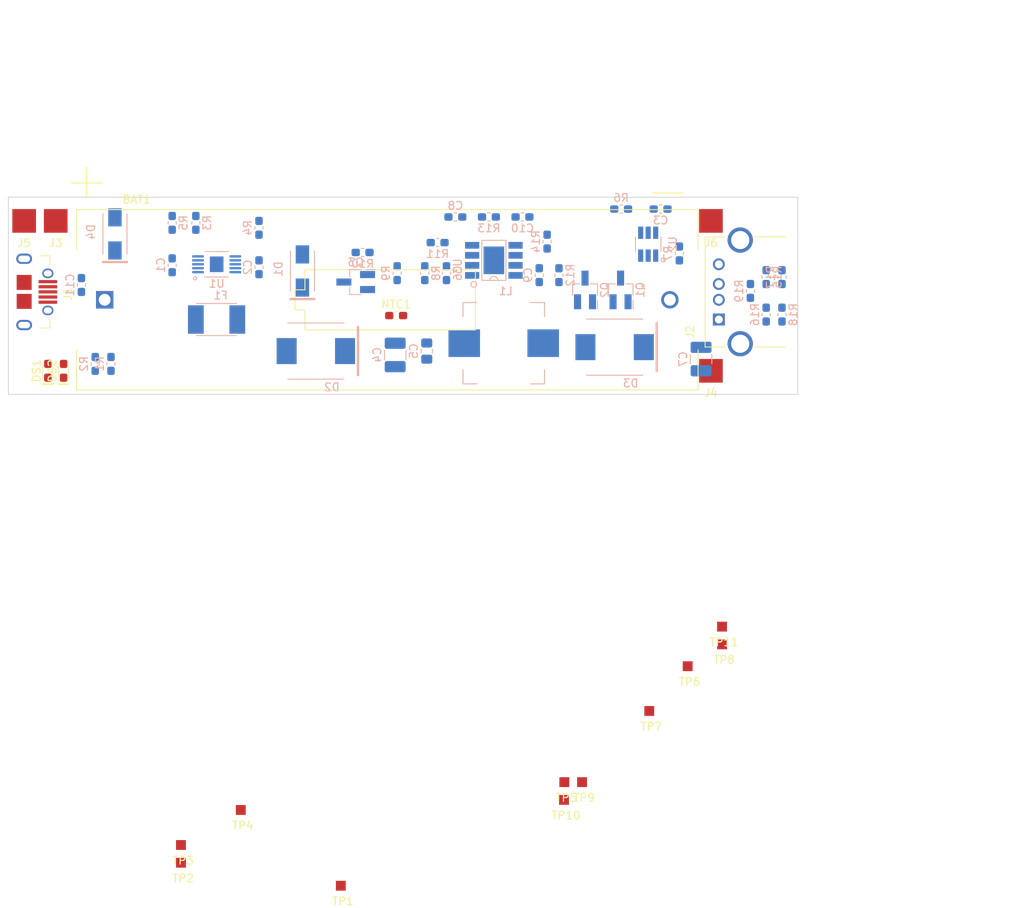
<source format=kicad_pcb>
(kicad_pcb (version 20171130) (host pcbnew "(5.1.6)-1")

  (general
    (thickness 1.6)
    (drawings 6)
    (tracks 0)
    (zones 0)
    (modules 63)
    (nets 34)
  )

  (page A4)
  (layers
    (0 F.Cu signal)
    (31 B.Cu signal)
    (32 B.Adhes user)
    (33 F.Adhes user)
    (34 B.Paste user)
    (35 F.Paste user)
    (36 B.SilkS user)
    (37 F.SilkS user)
    (38 B.Mask user)
    (39 F.Mask user)
    (40 Dwgs.User user)
    (41 Cmts.User user)
    (42 Eco1.User user)
    (43 Eco2.User user)
    (44 Edge.Cuts user)
    (45 Margin user)
    (46 B.CrtYd user)
    (47 F.CrtYd user)
    (48 B.Fab user hide)
    (49 F.Fab user hide)
  )

  (setup
    (last_trace_width 0.25)
    (trace_clearance 0.2)
    (zone_clearance 0.508)
    (zone_45_only no)
    (trace_min 0.2)
    (via_size 0.6)
    (via_drill 0.3)
    (via_min_size 0.4)
    (via_min_drill 0.3)
    (uvia_size 0.3)
    (uvia_drill 0.1)
    (uvias_allowed no)
    (uvia_min_size 0.2)
    (uvia_min_drill 0.1)
    (edge_width 0.1)
    (segment_width 0.2)
    (pcb_text_width 0.3)
    (pcb_text_size 1.5 1.5)
    (mod_edge_width 0.15)
    (mod_text_size 1 1)
    (mod_text_width 0.15)
    (pad_size 1.524 1.524)
    (pad_drill 0.762)
    (pad_to_mask_clearance 0)
    (aux_axis_origin 70 85)
    (grid_origin 70 85)
    (visible_elements FFFFFF7F)
    (pcbplotparams
      (layerselection 0x010fc_ffffffff)
      (usegerberextensions false)
      (usegerberattributes true)
      (usegerberadvancedattributes true)
      (creategerberjobfile true)
      (excludeedgelayer true)
      (linewidth 0.100000)
      (plotframeref false)
      (viasonmask false)
      (mode 1)
      (useauxorigin false)
      (hpglpennumber 1)
      (hpglpenspeed 20)
      (hpglpendiameter 15.000000)
      (psnegative false)
      (psa4output false)
      (plotreference true)
      (plotvalue true)
      (plotinvisibletext false)
      (padsonsilk false)
      (subtractmaskfromsilk false)
      (outputformat 1)
      (mirror false)
      (drillshape 1)
      (scaleselection 1)
      (outputdirectory ""))
  )

  (net 0 "")
  (net 1 /-VBAT)
  (net 2 /+VBAT)
  (net 3 GND)
  (net 4 VBUS)
  (net 5 +VBAT_CELL)
  (net 6 /U2_VDD)
  (net 7 /BOOST_IND)
  (net 8 /BOOST_VIN)
  (net 9 VOUT)
  (net 10 /BOOST_COMP)
  (net 11 /BOOST_SS)
  (net 12 "Net-(C10-Pad1)")
  (net 13 /BOOST_SW)
  (net 14 /BLED)
  (net 15 /GLED)
  (net 16 "Net-(J1-Pad2)")
  (net 17 "Net-(J2-Pad3)")
  (net 18 "Net-(J2-Pad2)")
  (net 19 /NTC)
  (net 20 /DO)
  (net 21 "Net-(Q1-PadD)")
  (net 22 /CO)
  (net 23 "Net-(Q3-PadG)")
  (net 24 /~CHG)
  (net 25 /~PG)
  (net 26 /PRETERM)
  (net 27 /ISET2)
  (net 28 /ISET)
  (net 29 /VM)
  (net 30 /BOOST_EN)
  (net 31 /BOOST_FB)
  (net 32 "Net-(U1-Pad6)")
  (net 33 "Net-(U2-Pad4)")

  (net_class Default "This is the default net class."
    (clearance 0.2)
    (trace_width 0.25)
    (via_dia 0.6)
    (via_drill 0.3)
    (uvia_dia 0.3)
    (uvia_drill 0.1)
    (add_net +VBAT_CELL)
    (add_net /+VBAT)
    (add_net /-VBAT)
    (add_net /BLED)
    (add_net /BOOST_COMP)
    (add_net /BOOST_EN)
    (add_net /BOOST_FB)
    (add_net /BOOST_IND)
    (add_net /BOOST_SS)
    (add_net /BOOST_SW)
    (add_net /BOOST_VIN)
    (add_net /CO)
    (add_net /DO)
    (add_net /GLED)
    (add_net /ISET)
    (add_net /ISET2)
    (add_net /NTC)
    (add_net /PRETERM)
    (add_net /U2_VDD)
    (add_net /VM)
    (add_net /~CHG)
    (add_net /~PG)
    (add_net GND)
    (add_net "Net-(C10-Pad1)")
    (add_net "Net-(J1-Pad2)")
    (add_net "Net-(J2-Pad2)")
    (add_net "Net-(J2-Pad3)")
    (add_net "Net-(Q1-PadD)")
    (add_net "Net-(Q3-PadG)")
    (add_net "Net-(U1-Pad6)")
    (add_net "Net-(U2-Pad4)")
    (add_net VBUS)
    (add_net VOUT)
  )

  (module ICs:PAM2421_SOIC-8-EP (layer B.Cu) (tedit 5F2D6DB1) (tstamp 5F2EBB9E)
    (at 131.5 68 90)
    (path /5F10182C)
    (attr smd)
    (fp_text reference U3 (at -0.762 -4.572 270) (layer B.SilkS)
      (effects (font (size 1 1) (thickness 0.15)) (justify mirror))
    )
    (fp_text value PAM2421 (at 0.762 4.826 270) (layer B.Fab)
      (effects (font (size 1 1) (thickness 0.15)) (justify mirror))
    )
    (fp_arc (start -2.54 0) (end -2.54 -0.508) (angle 180) (layer B.SilkS) (width 0.12))
    (fp_text user REF** (at 0 0 270) (layer B.Fab)
      (effects (font (size 1 1) (thickness 0.15)) (justify mirror))
    )
    (fp_line (start -2.54 -1.524) (end -2.54 1.524) (layer B.SilkS) (width 0.12))
    (fp_line (start 2.54 -1.524) (end -2.54 -1.524) (layer B.SilkS) (width 0.12))
    (fp_line (start 2.54 1.524) (end 2.54 -1.524) (layer B.SilkS) (width 0.12))
    (fp_line (start -2.54 1.524) (end 2.54 1.524) (layer B.SilkS) (width 0.12))
    (fp_circle (center -3.048 -2.54) (end -2.68879 -2.54) (layer B.SilkS) (width 0.12))
    (fp_line (start 2.794 3.81) (end -2.794 3.81) (layer B.CrtYd) (width 0.12))
    (fp_line (start 2.794 -3.81) (end 2.794 3.81) (layer B.CrtYd) (width 0.12))
    (fp_line (start -2.794 -3.81) (end 2.794 -3.81) (layer B.CrtYd) (width 0.12))
    (fp_line (start -2.794 3.81) (end -2.794 -3.81) (layer B.CrtYd) (width 0.12))
    (fp_line (start -2.45 -1.95) (end 2.45 -1.95) (layer B.Fab) (width 0.12))
    (fp_line (start 2.45 1.95) (end 2.45 -1.95) (layer B.Fab) (width 0.12))
    (fp_line (start -2.45 1.95) (end 2.45 1.95) (layer B.Fab) (width 0.12))
    (fp_line (start -2.45 1.95) (end -2.45 -1.95) (layer B.Fab) (width 0.12))
    (pad 9 smd rect (at 0 0 90) (size 3.5 2.62) (layers B.Cu B.Paste B.Mask)
      (net 3 GND))
    (pad 8 smd rect (at -1.905 2.75 90) (size 0.85 1.8) (layers B.Cu B.Paste B.Mask)
      (net 13 /BOOST_SW))
    (pad 7 smd rect (at -0.635 2.75 90) (size 0.85 1.8) (layers B.Cu B.Paste B.Mask)
      (net 11 /BOOST_SS))
    (pad 6 smd rect (at 0.635 2.75 90) (size 0.85 1.8) (layers B.Cu B.Paste B.Mask)
      (net 31 /BOOST_FB))
    (pad 5 smd rect (at 1.905 2.75 90) (size 0.85 1.8) (layers B.Cu B.Paste B.Mask)
      (net 3 GND))
    (pad 4 smd rect (at 1.905 -2.75 90) (size 0.85 1.8) (layers B.Cu B.Paste B.Mask)
      (net 10 /BOOST_COMP))
    (pad 3 smd rect (at 0.635 -2.75 90) (size 0.85 1.8) (layers B.Cu B.Paste B.Mask)
      (net 30 /BOOST_EN))
    (pad 2 smd rect (at -0.635 -2.75 90) (size 0.85 1.8) (layers B.Cu B.Paste B.Mask)
      (net 8 /BOOST_VIN))
    (pad 1 smd rect (at -1.905 -2.75 90) (size 0.85 1.8) (layers B.Cu B.Paste B.Mask)
      (net 3 GND))
    (model "E:/Shahar/Projects/Electronics/Library/KiCAD/3D MODELS/SMD/PAM2421.stp"
      (at (xyz 0 0 0))
      (scale (xyz 1 1 1))
      (rotate (xyz 0 0 -90))
    )
  )

  (module ICs:AP9101C_SOT-23-6_Handsoldering (layer B.Cu) (tedit 5F233C38) (tstamp 5F2EBB82)
    (at 151.05 65.95 90)
    (descr "6-pin SOT-23 package, Handsoldering")
    (tags "SOT-23-6 Handsoldering")
    (path /5F4FBCCF)
    (attr smd)
    (fp_text reference U2 (at 0 3.1115 90) (layer B.SilkS)
      (effects (font (size 1 1) (thickness 0.15)) (justify mirror))
    )
    (fp_text value AP9101C (at 0 -2.9 90) (layer B.Fab)
      (effects (font (size 1 1) (thickness 0.15)) (justify mirror))
    )
    (fp_text user %R (at 0 0 180) (layer B.Fab)
      (effects (font (size 0.5 0.5) (thickness 0.075)) (justify mirror))
    )
    (fp_line (start 0.9 1.55) (end 0.9 -1.55) (layer B.Fab) (width 0.1))
    (fp_line (start 0.9 -1.55) (end -0.9 -1.55) (layer B.Fab) (width 0.1))
    (fp_line (start -0.9 0.9) (end -0.9 -1.55) (layer B.Fab) (width 0.1))
    (fp_line (start 0.9 1.55) (end -0.25 1.55) (layer B.Fab) (width 0.1))
    (fp_line (start -0.9 0.9) (end -0.25 1.55) (layer B.Fab) (width 0.1))
    (fp_line (start -2.4 1.8) (end 2.4 1.8) (layer B.CrtYd) (width 0.05))
    (fp_line (start 2.4 1.8) (end 2.4 -1.8) (layer B.CrtYd) (width 0.05))
    (fp_line (start 2.4 -1.8) (end -2.4 -1.8) (layer B.CrtYd) (width 0.05))
    (fp_line (start -2.4 -1.8) (end -2.4 1.8) (layer B.CrtYd) (width 0.05))
    (fp_line (start 0.9 1.61) (end -0.889 1.61) (layer B.SilkS) (width 0.12))
    (fp_line (start -0.9 -1.61) (end 0.9 -1.61) (layer B.SilkS) (width 0.12))
    (fp_circle (center -1.983907 1.905) (end -1.793407 1.7145) (layer B.SilkS) (width 0.12))
    (pad 1 smd rect (at -1.45 0.95 90) (size 1.56 0.65) (layers B.Cu B.Paste B.Mask)
      (net 20 /DO))
    (pad 2 smd rect (at -1.45 0 90) (size 1.56 0.65) (layers B.Cu B.Paste B.Mask)
      (net 29 /VM))
    (pad 3 smd rect (at -1.45 -0.95 90) (size 1.56 0.65) (layers B.Cu B.Paste B.Mask)
      (net 22 /CO))
    (pad 4 smd rect (at 1.45 -0.95 90) (size 1.56 0.65) (layers B.Cu B.Paste B.Mask)
      (net 33 "Net-(U2-Pad4)"))
    (pad 6 smd rect (at 1.45 0.95 90) (size 1.56 0.65) (layers B.Cu B.Paste B.Mask)
      (net 1 /-VBAT))
    (pad 5 smd rect (at 1.45 0 90) (size 1.56 0.65) (layers B.Cu B.Paste B.Mask)
      (net 6 /U2_VDD))
    (model "E:/Shahar/Projects/Electronics/Library/KiCAD/3D MODELS/SMD/SOT-23-6.step"
      (at (xyz 0 0 0))
      (scale (xyz 1 1 1))
      (rotate (xyz 0 0 0))
    )
  )

  (module ICs:BQ24090DGQR_MSOP-10 (layer B.Cu) (tedit 5F233C81) (tstamp 5F2EBB6B)
    (at 96.3875 68.5)
    (descr "BQ24090DGQR ")
    (tags "MSOP SO")
    (path /5F1DCC31)
    (attr smd)
    (fp_text reference U1 (at 0 2.45) (layer B.SilkS)
      (effects (font (size 1 1) (thickness 0.15)) (justify mirror))
    )
    (fp_text value BQ24090DGQR (at 0 -2.45) (layer B.Fab)
      (effects (font (size 1 1) (thickness 0.15)) (justify mirror))
    )
    (fp_text user %R (at 0 0) (layer B.Fab)
      (effects (font (size 0.75 0.75) (thickness 0.11)) (justify mirror))
    )
    (fp_line (start 3.15 1.75) (end -3.15 1.75) (layer B.CrtYd) (width 0.05))
    (fp_line (start 3.15 -1.75) (end 3.15 1.75) (layer B.CrtYd) (width 0.05))
    (fp_line (start -3.15 -1.75) (end 3.15 -1.75) (layer B.CrtYd) (width 0.05))
    (fp_line (start -3.15 1.75) (end -3.15 -1.75) (layer B.CrtYd) (width 0.05))
    (fp_line (start -1.5 0.75) (end -0.75 1.5) (layer B.Fab) (width 0.1))
    (fp_line (start -1.5 -1.5) (end -1.5 0.75) (layer B.Fab) (width 0.1))
    (fp_line (start 1.5 -1.5) (end -1.5 -1.5) (layer B.Fab) (width 0.1))
    (fp_line (start 1.5 1.5) (end 1.5 -1.5) (layer B.Fab) (width 0.1))
    (fp_line (start -0.75 1.5) (end 1.5 1.5) (layer B.Fab) (width 0.1))
    (fp_line (start 0 1.61) (end -1.524 1.61) (layer B.SilkS) (width 0.12))
    (fp_line (start 0 1.61) (end 1.5 1.61) (layer B.SilkS) (width 0.12))
    (fp_line (start 0 -1.61) (end -1.5 -1.61) (layer B.SilkS) (width 0.12))
    (fp_line (start 0 -1.61) (end 1.5 -1.61) (layer B.SilkS) (width 0.12))
    (fp_circle (center -2.7305 1.778) (end -2.54 1.7145) (layer B.SilkS) (width 0.12))
    (pad 1 smd roundrect (at -2.3625 1) (size 1.475 0.3) (layers B.Cu B.Paste B.Mask) (roundrect_rratio 0.25)
      (net 4 VBUS))
    (pad 2 smd roundrect (at -2.3625 0.5) (size 1.475 0.3) (layers B.Cu B.Paste B.Mask) (roundrect_rratio 0.25)
      (net 28 /ISET))
    (pad 3 smd roundrect (at -2.3625 0) (size 1.475 0.3) (layers B.Cu B.Paste B.Mask) (roundrect_rratio 0.25)
      (net 3 GND))
    (pad 4 smd roundrect (at -2.3625 -0.5) (size 1.475 0.3) (layers B.Cu B.Paste B.Mask) (roundrect_rratio 0.25)
      (net 26 /PRETERM))
    (pad 5 smd roundrect (at -2.3625 -1) (size 1.475 0.3) (layers B.Cu B.Paste B.Mask) (roundrect_rratio 0.25)
      (net 25 /~PG))
    (pad 6 smd roundrect (at 2.3625 -1) (size 1.475 0.3) (layers B.Cu B.Paste B.Mask) (roundrect_rratio 0.25)
      (net 32 "Net-(U1-Pad6)"))
    (pad 7 smd roundrect (at 2.3625 -0.5) (size 1.475 0.3) (layers B.Cu B.Paste B.Mask) (roundrect_rratio 0.25)
      (net 27 /ISET2))
    (pad 8 smd roundrect (at 2.3625 0) (size 1.475 0.3) (layers B.Cu B.Paste B.Mask) (roundrect_rratio 0.25)
      (net 24 /~CHG))
    (pad 9 smd roundrect (at 2.3625 0.5) (size 1.475 0.3) (layers B.Cu B.Paste B.Mask) (roundrect_rratio 0.25)
      (net 19 /NTC))
    (pad 10 smd roundrect (at 2.3625 1) (size 1.475 0.3) (layers B.Cu B.Paste B.Mask) (roundrect_rratio 0.25)
      (net 5 +VBAT_CELL))
    (pad 11 smd rect (at 0 0) (size 1.73 1.98) (layers B.Cu B.Mask)
      (net 3 GND))
    (pad "" smd roundrect (at -0.43 0.495) (size 0.7 0.8) (layers B.Paste) (roundrect_rratio 0.25))
    (pad "" smd roundrect (at -0.43 -0.495) (size 0.7 0.8) (layers B.Paste) (roundrect_rratio 0.25))
    (pad "" smd roundrect (at 0.43 0.495) (size 0.7 0.8) (layers B.Paste) (roundrect_rratio 0.25))
    (pad "" smd roundrect (at 0.43 -0.495) (size 0.7 0.8) (layers B.Paste) (roundrect_rratio 0.25))
    (model "E:/Shahar/Projects/Electronics/Library/KiCAD/3D MODELS/SMD/BQ24090DGQR.stp"
      (at (xyz 0 0 0))
      (scale (xyz 1 1 1))
      (rotate (xyz 0 0 0))
    )
  )

  (module TESTPOINTS:TP_RECT_1.25X1.25 (layer F.Cu) (tedit 5F2D6DEA) (tstamp 5F2EBB49)
    (at 160.404999 114.424999)
    (path /5F3156A5)
    (attr virtual)
    (fp_text reference TP11 (at 0.254 1.9685) (layer F.SilkS)
      (effects (font (size 1 1) (thickness 0.15)))
    )
    (fp_text value TP_1.25X1.25_MM (at 0.635 -1.905) (layer F.Fab)
      (effects (font (size 1 1) (thickness 0.15)))
    )
    (pad 1 smd rect (at 0 0) (size 1.25 1.25) (layers F.Cu F.Paste F.Mask)
      (net 1 /-VBAT))
  )

  (module TESTPOINTS:TP_RECT_1.25X1.25 (layer F.Cu) (tedit 5F2D6DEA) (tstamp 5F2EBB44)
    (at 140.384999 136.384999)
    (path /5F315697)
    (attr virtual)
    (fp_text reference TP10 (at 0.254 1.9685) (layer F.SilkS)
      (effects (font (size 1 1) (thickness 0.15)))
    )
    (fp_text value TP_1.25X1.25_MM (at 0.635 -1.905) (layer F.Fab)
      (effects (font (size 1 1) (thickness 0.15)))
    )
    (pad 1 smd rect (at 0 0) (size 1.25 1.25) (layers F.Cu F.Paste F.Mask)
      (net 2 /+VBAT))
  )

  (module TESTPOINTS:TP_RECT_1.25X1.25 (layer F.Cu) (tedit 5F2D6DEA) (tstamp 5F2EBB3F)
    (at 142.674999 134.134999)
    (path /5F30993D)
    (attr virtual)
    (fp_text reference TP9 (at 0.254 1.9685) (layer F.SilkS)
      (effects (font (size 1 1) (thickness 0.15)))
    )
    (fp_text value TP_1.25X1.25_MM (at 0.635 -1.905) (layer F.Fab)
      (effects (font (size 1 1) (thickness 0.15)))
    )
    (pad 1 smd rect (at 0 0) (size 1.25 1.25) (layers F.Cu F.Paste F.Mask)
      (net 29 /VM))
  )

  (module TESTPOINTS:TP_RECT_1.25X1.25 (layer F.Cu) (tedit 5F2D6DEA) (tstamp 5F2EBB3A)
    (at 160.404999 116.674999)
    (path /5F30992F)
    (attr virtual)
    (fp_text reference TP8 (at 0.254 1.9685) (layer F.SilkS)
      (effects (font (size 1 1) (thickness 0.15)))
    )
    (fp_text value TP_1.25X1.25_MM (at 0.635 -1.905) (layer F.Fab)
      (effects (font (size 1 1) (thickness 0.15)))
    )
    (pad 1 smd rect (at 0 0) (size 1.25 1.25) (layers F.Cu F.Paste F.Mask)
      (net 22 /CO))
  )

  (module TESTPOINTS:TP_RECT_1.25X1.25 (layer F.Cu) (tedit 5F2D6DEA) (tstamp 5F2EBB35)
    (at 151.184999 125.114999)
    (path /5F309921)
    (attr virtual)
    (fp_text reference TP7 (at 0.254 1.9685) (layer F.SilkS)
      (effects (font (size 1 1) (thickness 0.15)))
    )
    (fp_text value TP_1.25X1.25_MM (at 0.635 -1.905) (layer F.Fab)
      (effects (font (size 1 1) (thickness 0.15)))
    )
    (pad 1 smd rect (at 0 0) (size 1.25 1.25) (layers F.Cu F.Paste F.Mask)
      (net 20 /DO))
  )

  (module TESTPOINTS:TP_RECT_1.25X1.25 (layer F.Cu) (tedit 5F2D6DEA) (tstamp 5F2EBB30)
    (at 156.054999 119.444999)
    (path /5F2FDE26)
    (attr virtual)
    (fp_text reference TP6 (at 0.254 1.9685) (layer F.SilkS)
      (effects (font (size 1 1) (thickness 0.15)))
    )
    (fp_text value TP_1.25X1.25_MM (at 0.635 -1.905) (layer F.Fab)
      (effects (font (size 1 1) (thickness 0.15)))
    )
    (pad 1 smd rect (at 0 0) (size 1.25 1.25) (layers F.Cu F.Paste F.Mask)
      (net 6 /U2_VDD))
  )

  (module TESTPOINTS:TP_RECT_1.25X1.25 (layer F.Cu) (tedit 5F2D6DEA) (tstamp 5F2EBB2B)
    (at 140.424999 134.134999)
    (path /5F2FDE18)
    (attr virtual)
    (fp_text reference TP5 (at 0.254 1.9685) (layer F.SilkS)
      (effects (font (size 1 1) (thickness 0.15)))
    )
    (fp_text value TP_1.25X1.25_MM (at 0.635 -1.905) (layer F.Fab)
      (effects (font (size 1 1) (thickness 0.15)))
    )
    (pad 1 smd rect (at 0 0) (size 1.25 1.25) (layers F.Cu F.Paste F.Mask)
      (net 13 /BOOST_SW))
  )

  (module TESTPOINTS:TP_RECT_1.25X1.25 (layer F.Cu) (tedit 5F2D6DEA) (tstamp 5F2EBB26)
    (at 99.444999 137.664999)
    (path /5F2FDE0A)
    (attr virtual)
    (fp_text reference TP4 (at 0.254 1.9685) (layer F.SilkS)
      (effects (font (size 1 1) (thickness 0.15)))
    )
    (fp_text value TP_1.25X1.25_MM (at 0.635 -1.905) (layer F.Fab)
      (effects (font (size 1 1) (thickness 0.15)))
    )
    (pad 1 smd rect (at 0 0) (size 1.25 1.25) (layers F.Cu F.Paste F.Mask)
      (net 31 /BOOST_FB))
  )

  (module TESTPOINTS:TP_RECT_1.25X1.25 (layer F.Cu) (tedit 5F2D6DEA) (tstamp 5F2EBB21)
    (at 91.864999 142.104999)
    (path /5F2FA164)
    (attr virtual)
    (fp_text reference TP3 (at 0.254 1.9685) (layer F.SilkS)
      (effects (font (size 1 1) (thickness 0.15)))
    )
    (fp_text value TP_1.25X1.25_MM (at 0.635 -1.905) (layer F.Fab)
      (effects (font (size 1 1) (thickness 0.15)))
    )
    (pad 1 smd rect (at 0 0) (size 1.25 1.25) (layers F.Cu F.Paste F.Mask)
      (net 7 /BOOST_IND))
  )

  (module TESTPOINTS:TP_RECT_1.25X1.25 (layer F.Cu) (tedit 5F2D6DEA) (tstamp 5F2EBB1C)
    (at 91.864999 144.354999)
    (path /5F2F9E7D)
    (attr virtual)
    (fp_text reference TP2 (at 0.254 1.9685) (layer F.SilkS)
      (effects (font (size 1 1) (thickness 0.15)))
    )
    (fp_text value TP_1.25X1.25_MM (at 0.635 -1.905) (layer F.Fab)
      (effects (font (size 1 1) (thickness 0.15)))
    )
    (pad 1 smd rect (at 0 0) (size 1.25 1.25) (layers F.Cu F.Paste F.Mask)
      (net 30 /BOOST_EN))
  )

  (module TESTPOINTS:TP_RECT_1.25X1.25 (layer F.Cu) (tedit 5F2D6DEA) (tstamp 5F2EBB17)
    (at 112.114999 147.264999)
    (path /5F2F8416)
    (attr virtual)
    (fp_text reference TP1 (at 0.254 1.9685) (layer F.SilkS)
      (effects (font (size 1 1) (thickness 0.15)))
    )
    (fp_text value TP_1.25X1.25_MM (at 0.635 -1.905) (layer F.Fab)
      (effects (font (size 1 1) (thickness 0.15)))
    )
    (pad 1 smd rect (at 0 0) (size 1.25 1.25) (layers F.Cu F.Paste F.Mask)
      (net 8 /BOOST_VIN))
  )

  (module RESISTORS:RESC_0603_HandSolder (layer B.Cu) (tedit 5F22EDB1) (tstamp 5F2EBB12)
    (at 164 71.875 270)
    (descr "Resistor SMD 0603 (1608 Metric), square (rectangular) end terminal, IPC_7351 nominal with elongated pad for handsoldering. (Body size source: http://www.tortai-tech.com/upload/download/2011102023233369053.pdf), generated with kicad-footprint-generator")
    (tags "resistor handsolder")
    (path /5F32E3A3)
    (attr smd)
    (fp_text reference R19 (at 0 1.43 270) (layer B.SilkS)
      (effects (font (size 1 1) (thickness 0.15)) (justify mirror))
    )
    (fp_text value RESC_0R_0603 (at 0 -1.43 270) (layer B.Fab)
      (effects (font (size 1 1) (thickness 0.15)) (justify mirror))
    )
    (fp_text user %R (at 0 0 270) (layer B.Fab)
      (effects (font (size 0.4 0.4) (thickness 0.06)) (justify mirror))
    )
    (fp_line (start -0.8 -0.4) (end -0.8 0.4) (layer B.Fab) (width 0.1))
    (fp_line (start -0.8 0.4) (end 0.8 0.4) (layer B.Fab) (width 0.1))
    (fp_line (start 0.8 0.4) (end 0.8 -0.4) (layer B.Fab) (width 0.1))
    (fp_line (start 0.8 -0.4) (end -0.8 -0.4) (layer B.Fab) (width 0.1))
    (fp_line (start -0.171267 0.51) (end 0.171267 0.51) (layer B.SilkS) (width 0.12))
    (fp_line (start -0.171267 -0.51) (end 0.171267 -0.51) (layer B.SilkS) (width 0.12))
    (fp_line (start -1.65 -0.73) (end -1.65 0.73) (layer B.CrtYd) (width 0.05))
    (fp_line (start -1.65 0.73) (end 1.65 0.73) (layer B.CrtYd) (width 0.05))
    (fp_line (start 1.65 0.73) (end 1.65 -0.73) (layer B.CrtYd) (width 0.05))
    (fp_line (start 1.65 -0.73) (end -1.65 -0.73) (layer B.CrtYd) (width 0.05))
    (pad 2 smd roundrect (at 0.875 0 270) (size 1.05 0.95) (layers B.Cu B.Paste B.Mask) (roundrect_rratio 0.25)
      (net 18 "Net-(J2-Pad2)"))
    (pad 1 smd roundrect (at -0.875 0 270) (size 1.05 0.95) (layers B.Cu B.Paste B.Mask) (roundrect_rratio 0.25)
      (net 17 "Net-(J2-Pad3)"))
    (model ${KISYS3DMOD}/Resistor_SMD.3dshapes/R_0603_1608Metric.wrl
      (at (xyz 0 0 0))
      (scale (xyz 1 1 1))
      (rotate (xyz 0 0 0))
    )
  )

  (module RESISTORS:RESC_0603_HandSolder (layer B.Cu) (tedit 5F22EDB1) (tstamp 5F2EBB01)
    (at 168 74.875 90)
    (descr "Resistor SMD 0603 (1608 Metric), square (rectangular) end terminal, IPC_7351 nominal with elongated pad for handsoldering. (Body size source: http://www.tortai-tech.com/upload/download/2011102023233369053.pdf), generated with kicad-footprint-generator")
    (tags "resistor handsolder")
    (path /5F2EEA92)
    (attr smd)
    (fp_text reference R18 (at 0 1.43 90) (layer B.SilkS)
      (effects (font (size 1 1) (thickness 0.15)) (justify mirror))
    )
    (fp_text value RESC_10K_0603 (at 0 -1.43 90) (layer B.Fab)
      (effects (font (size 1 1) (thickness 0.15)) (justify mirror))
    )
    (fp_text user %R (at 0 0 90) (layer B.Fab)
      (effects (font (size 0.4 0.4) (thickness 0.06)) (justify mirror))
    )
    (fp_line (start -0.8 -0.4) (end -0.8 0.4) (layer B.Fab) (width 0.1))
    (fp_line (start -0.8 0.4) (end 0.8 0.4) (layer B.Fab) (width 0.1))
    (fp_line (start 0.8 0.4) (end 0.8 -0.4) (layer B.Fab) (width 0.1))
    (fp_line (start 0.8 -0.4) (end -0.8 -0.4) (layer B.Fab) (width 0.1))
    (fp_line (start -0.171267 0.51) (end 0.171267 0.51) (layer B.SilkS) (width 0.12))
    (fp_line (start -0.171267 -0.51) (end 0.171267 -0.51) (layer B.SilkS) (width 0.12))
    (fp_line (start -1.65 -0.73) (end -1.65 0.73) (layer B.CrtYd) (width 0.05))
    (fp_line (start -1.65 0.73) (end 1.65 0.73) (layer B.CrtYd) (width 0.05))
    (fp_line (start 1.65 0.73) (end 1.65 -0.73) (layer B.CrtYd) (width 0.05))
    (fp_line (start 1.65 -0.73) (end -1.65 -0.73) (layer B.CrtYd) (width 0.05))
    (pad 2 smd roundrect (at 0.875 0 90) (size 1.05 0.95) (layers B.Cu B.Paste B.Mask) (roundrect_rratio 0.25)
      (net 18 "Net-(J2-Pad2)"))
    (pad 1 smd roundrect (at -0.875 0 90) (size 1.05 0.95) (layers B.Cu B.Paste B.Mask) (roundrect_rratio 0.25)
      (net 3 GND))
    (model ${KISYS3DMOD}/Resistor_SMD.3dshapes/R_0603_1608Metric.wrl
      (at (xyz 0 0 0))
      (scale (xyz 1 1 1))
      (rotate (xyz 0 0 0))
    )
  )

  (module RESISTORS:RESC_0603_HandSolder (layer B.Cu) (tedit 5F22EDB1) (tstamp 5F2EBAF0)
    (at 168 70.125 270)
    (descr "Resistor SMD 0603 (1608 Metric), square (rectangular) end terminal, IPC_7351 nominal with elongated pad for handsoldering. (Body size source: http://www.tortai-tech.com/upload/download/2011102023233369053.pdf), generated with kicad-footprint-generator")
    (tags "resistor handsolder")
    (path /5F2EE1BA)
    (attr smd)
    (fp_text reference R17 (at 0 1.43 270) (layer B.SilkS)
      (effects (font (size 1 1) (thickness 0.15)) (justify mirror))
    )
    (fp_text value RESC_10K_0603 (at 0 -1.43 270) (layer B.Fab)
      (effects (font (size 1 1) (thickness 0.15)) (justify mirror))
    )
    (fp_text user %R (at 0 0 270) (layer B.Fab)
      (effects (font (size 0.4 0.4) (thickness 0.06)) (justify mirror))
    )
    (fp_line (start -0.8 -0.4) (end -0.8 0.4) (layer B.Fab) (width 0.1))
    (fp_line (start -0.8 0.4) (end 0.8 0.4) (layer B.Fab) (width 0.1))
    (fp_line (start 0.8 0.4) (end 0.8 -0.4) (layer B.Fab) (width 0.1))
    (fp_line (start 0.8 -0.4) (end -0.8 -0.4) (layer B.Fab) (width 0.1))
    (fp_line (start -0.171267 0.51) (end 0.171267 0.51) (layer B.SilkS) (width 0.12))
    (fp_line (start -0.171267 -0.51) (end 0.171267 -0.51) (layer B.SilkS) (width 0.12))
    (fp_line (start -1.65 -0.73) (end -1.65 0.73) (layer B.CrtYd) (width 0.05))
    (fp_line (start -1.65 0.73) (end 1.65 0.73) (layer B.CrtYd) (width 0.05))
    (fp_line (start 1.65 0.73) (end 1.65 -0.73) (layer B.CrtYd) (width 0.05))
    (fp_line (start 1.65 -0.73) (end -1.65 -0.73) (layer B.CrtYd) (width 0.05))
    (pad 2 smd roundrect (at 0.875 0 270) (size 1.05 0.95) (layers B.Cu B.Paste B.Mask) (roundrect_rratio 0.25)
      (net 17 "Net-(J2-Pad3)"))
    (pad 1 smd roundrect (at -0.875 0 270) (size 1.05 0.95) (layers B.Cu B.Paste B.Mask) (roundrect_rratio 0.25)
      (net 3 GND))
    (model ${KISYS3DMOD}/Resistor_SMD.3dshapes/R_0603_1608Metric.wrl
      (at (xyz 0 0 0))
      (scale (xyz 1 1 1))
      (rotate (xyz 0 0 0))
    )
  )

  (module RESISTORS:RESC_0603_HandSolder (layer B.Cu) (tedit 5F22EDB1) (tstamp 5F2EBADF)
    (at 166 74.875 270)
    (descr "Resistor SMD 0603 (1608 Metric), square (rectangular) end terminal, IPC_7351 nominal with elongated pad for handsoldering. (Body size source: http://www.tortai-tech.com/upload/download/2011102023233369053.pdf), generated with kicad-footprint-generator")
    (tags "resistor handsolder")
    (path /5F32E37B)
    (attr smd)
    (fp_text reference R16 (at 0 1.43 270) (layer B.SilkS)
      (effects (font (size 1 1) (thickness 0.15)) (justify mirror))
    )
    (fp_text value RESC_10K_0603 (at 0 -1.43 270) (layer B.Fab)
      (effects (font (size 1 1) (thickness 0.15)) (justify mirror))
    )
    (fp_text user %R (at 0 0 270) (layer B.Fab)
      (effects (font (size 0.4 0.4) (thickness 0.06)) (justify mirror))
    )
    (fp_line (start -0.8 -0.4) (end -0.8 0.4) (layer B.Fab) (width 0.1))
    (fp_line (start -0.8 0.4) (end 0.8 0.4) (layer B.Fab) (width 0.1))
    (fp_line (start 0.8 0.4) (end 0.8 -0.4) (layer B.Fab) (width 0.1))
    (fp_line (start 0.8 -0.4) (end -0.8 -0.4) (layer B.Fab) (width 0.1))
    (fp_line (start -0.171267 0.51) (end 0.171267 0.51) (layer B.SilkS) (width 0.12))
    (fp_line (start -0.171267 -0.51) (end 0.171267 -0.51) (layer B.SilkS) (width 0.12))
    (fp_line (start -1.65 -0.73) (end -1.65 0.73) (layer B.CrtYd) (width 0.05))
    (fp_line (start -1.65 0.73) (end 1.65 0.73) (layer B.CrtYd) (width 0.05))
    (fp_line (start 1.65 0.73) (end 1.65 -0.73) (layer B.CrtYd) (width 0.05))
    (fp_line (start 1.65 -0.73) (end -1.65 -0.73) (layer B.CrtYd) (width 0.05))
    (pad 2 smd roundrect (at 0.875 0 270) (size 1.05 0.95) (layers B.Cu B.Paste B.Mask) (roundrect_rratio 0.25)
      (net 9 VOUT))
    (pad 1 smd roundrect (at -0.875 0 270) (size 1.05 0.95) (layers B.Cu B.Paste B.Mask) (roundrect_rratio 0.25)
      (net 18 "Net-(J2-Pad2)"))
    (model ${KISYS3DMOD}/Resistor_SMD.3dshapes/R_0603_1608Metric.wrl
      (at (xyz 0 0 0))
      (scale (xyz 1 1 1))
      (rotate (xyz 0 0 0))
    )
  )

  (module RESISTORS:RESC_0603_HandSolder (layer B.Cu) (tedit 5F22EDB1) (tstamp 5F2EBACE)
    (at 166 70.125 90)
    (descr "Resistor SMD 0603 (1608 Metric), square (rectangular) end terminal, IPC_7351 nominal with elongated pad for handsoldering. (Body size source: http://www.tortai-tech.com/upload/download/2011102023233369053.pdf), generated with kicad-footprint-generator")
    (tags "resistor handsolder")
    (path /5F2ED0DD)
    (attr smd)
    (fp_text reference R15 (at 0 1.43 270) (layer B.SilkS)
      (effects (font (size 1 1) (thickness 0.15)) (justify mirror))
    )
    (fp_text value RESC_10K_0603 (at 0 -1.43 270) (layer B.Fab)
      (effects (font (size 1 1) (thickness 0.15)) (justify mirror))
    )
    (fp_text user %R (at 0 0 270) (layer B.Fab)
      (effects (font (size 0.4 0.4) (thickness 0.06)) (justify mirror))
    )
    (fp_line (start -0.8 -0.4) (end -0.8 0.4) (layer B.Fab) (width 0.1))
    (fp_line (start -0.8 0.4) (end 0.8 0.4) (layer B.Fab) (width 0.1))
    (fp_line (start 0.8 0.4) (end 0.8 -0.4) (layer B.Fab) (width 0.1))
    (fp_line (start 0.8 -0.4) (end -0.8 -0.4) (layer B.Fab) (width 0.1))
    (fp_line (start -0.171267 0.51) (end 0.171267 0.51) (layer B.SilkS) (width 0.12))
    (fp_line (start -0.171267 -0.51) (end 0.171267 -0.51) (layer B.SilkS) (width 0.12))
    (fp_line (start -1.65 -0.73) (end -1.65 0.73) (layer B.CrtYd) (width 0.05))
    (fp_line (start -1.65 0.73) (end 1.65 0.73) (layer B.CrtYd) (width 0.05))
    (fp_line (start 1.65 0.73) (end 1.65 -0.73) (layer B.CrtYd) (width 0.05))
    (fp_line (start 1.65 -0.73) (end -1.65 -0.73) (layer B.CrtYd) (width 0.05))
    (pad 2 smd roundrect (at 0.875 0 90) (size 1.05 0.95) (layers B.Cu B.Paste B.Mask) (roundrect_rratio 0.25)
      (net 9 VOUT))
    (pad 1 smd roundrect (at -0.875 0 90) (size 1.05 0.95) (layers B.Cu B.Paste B.Mask) (roundrect_rratio 0.25)
      (net 17 "Net-(J2-Pad3)"))
    (model ${KISYS3DMOD}/Resistor_SMD.3dshapes/R_0603_1608Metric.wrl
      (at (xyz 0 0 0))
      (scale (xyz 1 1 1))
      (rotate (xyz 0 0 0))
    )
  )

  (module RESISTORS:RESC_0603_HandSolder (layer B.Cu) (tedit 5F22EDB1) (tstamp 5F2EBABD)
    (at 138.25 65.625 270)
    (descr "Resistor SMD 0603 (1608 Metric), square (rectangular) end terminal, IPC_7351 nominal with elongated pad for handsoldering. (Body size source: http://www.tortai-tech.com/upload/download/2011102023233369053.pdf), generated with kicad-footprint-generator")
    (tags "resistor handsolder")
    (path /5F42B58A)
    (attr smd)
    (fp_text reference R14 (at 0 1.43 270) (layer B.SilkS)
      (effects (font (size 1 1) (thickness 0.15)) (justify mirror))
    )
    (fp_text value RESC_10K_0603 (at 0 -1.43 270) (layer B.Fab)
      (effects (font (size 1 1) (thickness 0.15)) (justify mirror))
    )
    (fp_text user %R (at 0 0 270) (layer B.Fab)
      (effects (font (size 0.4 0.4) (thickness 0.06)) (justify mirror))
    )
    (fp_line (start -0.8 -0.4) (end -0.8 0.4) (layer B.Fab) (width 0.1))
    (fp_line (start -0.8 0.4) (end 0.8 0.4) (layer B.Fab) (width 0.1))
    (fp_line (start 0.8 0.4) (end 0.8 -0.4) (layer B.Fab) (width 0.1))
    (fp_line (start 0.8 -0.4) (end -0.8 -0.4) (layer B.Fab) (width 0.1))
    (fp_line (start -0.171267 0.51) (end 0.171267 0.51) (layer B.SilkS) (width 0.12))
    (fp_line (start -0.171267 -0.51) (end 0.171267 -0.51) (layer B.SilkS) (width 0.12))
    (fp_line (start -1.65 -0.73) (end -1.65 0.73) (layer B.CrtYd) (width 0.05))
    (fp_line (start -1.65 0.73) (end 1.65 0.73) (layer B.CrtYd) (width 0.05))
    (fp_line (start 1.65 0.73) (end 1.65 -0.73) (layer B.CrtYd) (width 0.05))
    (fp_line (start 1.65 -0.73) (end -1.65 -0.73) (layer B.CrtYd) (width 0.05))
    (pad 2 smd roundrect (at 0.875 0 270) (size 1.05 0.95) (layers B.Cu B.Paste B.Mask) (roundrect_rratio 0.25)
      (net 31 /BOOST_FB))
    (pad 1 smd roundrect (at -0.875 0 270) (size 1.05 0.95) (layers B.Cu B.Paste B.Mask) (roundrect_rratio 0.25)
      (net 3 GND))
    (model ${KISYS3DMOD}/Resistor_SMD.3dshapes/R_0603_1608Metric.wrl
      (at (xyz 0 0 0))
      (scale (xyz 1 1 1))
      (rotate (xyz 0 0 0))
    )
  )

  (module RESISTORS:RESC_0603_HandSolder (layer B.Cu) (tedit 5F22EDB1) (tstamp 5F2EBAAC)
    (at 130.875 62.5)
    (descr "Resistor SMD 0603 (1608 Metric), square (rectangular) end terminal, IPC_7351 nominal with elongated pad for handsoldering. (Body size source: http://www.tortai-tech.com/upload/download/2011102023233369053.pdf), generated with kicad-footprint-generator")
    (tags "resistor handsolder")
    (path /5F46C153)
    (attr smd)
    (fp_text reference R13 (at 0 1.43) (layer B.SilkS)
      (effects (font (size 1 1) (thickness 0.15)) (justify mirror))
    )
    (fp_text value RESC_51K_0603 (at 0 -1.43) (layer B.Fab)
      (effects (font (size 1 1) (thickness 0.15)) (justify mirror))
    )
    (fp_text user %R (at 0 0) (layer B.Fab)
      (effects (font (size 0.4 0.4) (thickness 0.06)) (justify mirror))
    )
    (fp_line (start -0.8 -0.4) (end -0.8 0.4) (layer B.Fab) (width 0.1))
    (fp_line (start -0.8 0.4) (end 0.8 0.4) (layer B.Fab) (width 0.1))
    (fp_line (start 0.8 0.4) (end 0.8 -0.4) (layer B.Fab) (width 0.1))
    (fp_line (start 0.8 -0.4) (end -0.8 -0.4) (layer B.Fab) (width 0.1))
    (fp_line (start -0.171267 0.51) (end 0.171267 0.51) (layer B.SilkS) (width 0.12))
    (fp_line (start -0.171267 -0.51) (end 0.171267 -0.51) (layer B.SilkS) (width 0.12))
    (fp_line (start -1.65 -0.73) (end -1.65 0.73) (layer B.CrtYd) (width 0.05))
    (fp_line (start -1.65 0.73) (end 1.65 0.73) (layer B.CrtYd) (width 0.05))
    (fp_line (start 1.65 0.73) (end 1.65 -0.73) (layer B.CrtYd) (width 0.05))
    (fp_line (start 1.65 -0.73) (end -1.65 -0.73) (layer B.CrtYd) (width 0.05))
    (pad 2 smd roundrect (at 0.875 0) (size 1.05 0.95) (layers B.Cu B.Paste B.Mask) (roundrect_rratio 0.25)
      (net 12 "Net-(C10-Pad1)"))
    (pad 1 smd roundrect (at -0.875 0) (size 1.05 0.95) (layers B.Cu B.Paste B.Mask) (roundrect_rratio 0.25)
      (net 10 /BOOST_COMP))
    (model ${KISYS3DMOD}/Resistor_SMD.3dshapes/R_0603_1608Metric.wrl
      (at (xyz 0 0 0))
      (scale (xyz 1 1 1))
      (rotate (xyz 0 0 0))
    )
  )

  (module RESISTORS:RESC_0603_HandSolder (layer B.Cu) (tedit 5F22EDB1) (tstamp 5F2EBA9B)
    (at 139.75 69.875 90)
    (descr "Resistor SMD 0603 (1608 Metric), square (rectangular) end terminal, IPC_7351 nominal with elongated pad for handsoldering. (Body size source: http://www.tortai-tech.com/upload/download/2011102023233369053.pdf), generated with kicad-footprint-generator")
    (tags "resistor handsolder")
    (path /5F4A2CC0)
    (attr smd)
    (fp_text reference R12 (at 0 1.43 270) (layer B.SilkS)
      (effects (font (size 1 1) (thickness 0.15)) (justify mirror))
    )
    (fp_text value RESC_30K1_0603 (at 0 -1.43 270) (layer B.Fab)
      (effects (font (size 1 1) (thickness 0.15)) (justify mirror))
    )
    (fp_text user %R (at 0 0 270) (layer B.Fab)
      (effects (font (size 0.4 0.4) (thickness 0.06)) (justify mirror))
    )
    (fp_line (start -0.8 -0.4) (end -0.8 0.4) (layer B.Fab) (width 0.1))
    (fp_line (start -0.8 0.4) (end 0.8 0.4) (layer B.Fab) (width 0.1))
    (fp_line (start 0.8 0.4) (end 0.8 -0.4) (layer B.Fab) (width 0.1))
    (fp_line (start 0.8 -0.4) (end -0.8 -0.4) (layer B.Fab) (width 0.1))
    (fp_line (start -0.171267 0.51) (end 0.171267 0.51) (layer B.SilkS) (width 0.12))
    (fp_line (start -0.171267 -0.51) (end 0.171267 -0.51) (layer B.SilkS) (width 0.12))
    (fp_line (start -1.65 -0.73) (end -1.65 0.73) (layer B.CrtYd) (width 0.05))
    (fp_line (start -1.65 0.73) (end 1.65 0.73) (layer B.CrtYd) (width 0.05))
    (fp_line (start 1.65 0.73) (end 1.65 -0.73) (layer B.CrtYd) (width 0.05))
    (fp_line (start 1.65 -0.73) (end -1.65 -0.73) (layer B.CrtYd) (width 0.05))
    (pad 2 smd roundrect (at 0.875 0 90) (size 1.05 0.95) (layers B.Cu B.Paste B.Mask) (roundrect_rratio 0.25)
      (net 31 /BOOST_FB))
    (pad 1 smd roundrect (at -0.875 0 90) (size 1.05 0.95) (layers B.Cu B.Paste B.Mask) (roundrect_rratio 0.25)
      (net 9 VOUT))
    (model ${KISYS3DMOD}/Resistor_SMD.3dshapes/R_0603_1608Metric.wrl
      (at (xyz 0 0 0))
      (scale (xyz 1 1 1))
      (rotate (xyz 0 0 0))
    )
  )

  (module RESISTORS:RESC_0603_HandSolder (layer B.Cu) (tedit 5F22EDB1) (tstamp 5F2EBA8A)
    (at 124.375 65.75)
    (descr "Resistor SMD 0603 (1608 Metric), square (rectangular) end terminal, IPC_7351 nominal with elongated pad for handsoldering. (Body size source: http://www.tortai-tech.com/upload/download/2011102023233369053.pdf), generated with kicad-footprint-generator")
    (tags "resistor handsolder")
    (path /5F41C2EA)
    (attr smd)
    (fp_text reference R11 (at 0 1.43) (layer B.SilkS)
      (effects (font (size 1 1) (thickness 0.15)) (justify mirror))
    )
    (fp_text value RESC_10K_0603 (at 0 -1.43) (layer B.Fab)
      (effects (font (size 1 1) (thickness 0.15)) (justify mirror))
    )
    (fp_text user %R (at 0 0) (layer B.Fab)
      (effects (font (size 0.4 0.4) (thickness 0.06)) (justify mirror))
    )
    (fp_line (start -0.8 -0.4) (end -0.8 0.4) (layer B.Fab) (width 0.1))
    (fp_line (start -0.8 0.4) (end 0.8 0.4) (layer B.Fab) (width 0.1))
    (fp_line (start 0.8 0.4) (end 0.8 -0.4) (layer B.Fab) (width 0.1))
    (fp_line (start 0.8 -0.4) (end -0.8 -0.4) (layer B.Fab) (width 0.1))
    (fp_line (start -0.171267 0.51) (end 0.171267 0.51) (layer B.SilkS) (width 0.12))
    (fp_line (start -0.171267 -0.51) (end 0.171267 -0.51) (layer B.SilkS) (width 0.12))
    (fp_line (start -1.65 -0.73) (end -1.65 0.73) (layer B.CrtYd) (width 0.05))
    (fp_line (start -1.65 0.73) (end 1.65 0.73) (layer B.CrtYd) (width 0.05))
    (fp_line (start 1.65 0.73) (end 1.65 -0.73) (layer B.CrtYd) (width 0.05))
    (fp_line (start 1.65 -0.73) (end -1.65 -0.73) (layer B.CrtYd) (width 0.05))
    (pad 2 smd roundrect (at 0.875 0) (size 1.05 0.95) (layers B.Cu B.Paste B.Mask) (roundrect_rratio 0.25)
      (net 30 /BOOST_EN))
    (pad 1 smd roundrect (at -0.875 0) (size 1.05 0.95) (layers B.Cu B.Paste B.Mask) (roundrect_rratio 0.25)
      (net 8 /BOOST_VIN))
    (model ${KISYS3DMOD}/Resistor_SMD.3dshapes/R_0603_1608Metric.wrl
      (at (xyz 0 0 0))
      (scale (xyz 1 1 1))
      (rotate (xyz 0 0 0))
    )
  )

  (module RESISTORS:RESC_0603_HandSolder (layer B.Cu) (tedit 5F22EDB1) (tstamp 5F2F4831)
    (at 114.875 67)
    (descr "Resistor SMD 0603 (1608 Metric), square (rectangular) end terminal, IPC_7351 nominal with elongated pad for handsoldering. (Body size source: http://www.tortai-tech.com/upload/download/2011102023233369053.pdf), generated with kicad-footprint-generator")
    (tags "resistor handsolder")
    (path /5F2DFC1A)
    (attr smd)
    (fp_text reference R10 (at 0 1.43) (layer B.SilkS)
      (effects (font (size 1 1) (thickness 0.15)) (justify mirror))
    )
    (fp_text value RESC_10K_0603 (at 0 -1.43) (layer B.Fab)
      (effects (font (size 1 1) (thickness 0.15)) (justify mirror))
    )
    (fp_text user %R (at 0 0) (layer B.Fab)
      (effects (font (size 0.4 0.4) (thickness 0.06)) (justify mirror))
    )
    (fp_line (start -0.8 -0.4) (end -0.8 0.4) (layer B.Fab) (width 0.1))
    (fp_line (start -0.8 0.4) (end 0.8 0.4) (layer B.Fab) (width 0.1))
    (fp_line (start 0.8 0.4) (end 0.8 -0.4) (layer B.Fab) (width 0.1))
    (fp_line (start 0.8 -0.4) (end -0.8 -0.4) (layer B.Fab) (width 0.1))
    (fp_line (start -0.171267 0.51) (end 0.171267 0.51) (layer B.SilkS) (width 0.12))
    (fp_line (start -0.171267 -0.51) (end 0.171267 -0.51) (layer B.SilkS) (width 0.12))
    (fp_line (start -1.65 -0.73) (end -1.65 0.73) (layer B.CrtYd) (width 0.05))
    (fp_line (start -1.65 0.73) (end 1.65 0.73) (layer B.CrtYd) (width 0.05))
    (fp_line (start 1.65 0.73) (end 1.65 -0.73) (layer B.CrtYd) (width 0.05))
    (fp_line (start 1.65 -0.73) (end -1.65 -0.73) (layer B.CrtYd) (width 0.05))
    (pad 2 smd roundrect (at 0.875 0) (size 1.05 0.95) (layers B.Cu B.Paste B.Mask) (roundrect_rratio 0.25)
      (net 23 "Net-(Q3-PadG)"))
    (pad 1 smd roundrect (at -0.875 0) (size 1.05 0.95) (layers B.Cu B.Paste B.Mask) (roundrect_rratio 0.25)
      (net 3 GND))
    (model ${KISYS3DMOD}/Resistor_SMD.3dshapes/R_0603_1608Metric.wrl
      (at (xyz 0 0 0))
      (scale (xyz 1 1 1))
      (rotate (xyz 0 0 0))
    )
  )

  (module RESISTORS:RESC_0603_HandSolder (layer B.Cu) (tedit 5F22EDB1) (tstamp 5F2F2962)
    (at 119.25 69.625 270)
    (descr "Resistor SMD 0603 (1608 Metric), square (rectangular) end terminal, IPC_7351 nominal with elongated pad for handsoldering. (Body size source: http://www.tortai-tech.com/upload/download/2011102023233369053.pdf), generated with kicad-footprint-generator")
    (tags "resistor handsolder")
    (path /5F2DEFF1)
    (attr smd)
    (fp_text reference R9 (at 0 1.43 90) (layer B.SilkS)
      (effects (font (size 1 1) (thickness 0.15)) (justify mirror))
    )
    (fp_text value RESC_1K_0603 (at 0 -1.43 90) (layer B.Fab)
      (effects (font (size 1 1) (thickness 0.15)) (justify mirror))
    )
    (fp_text user %R (at 0 0 90) (layer B.Fab)
      (effects (font (size 0.4 0.4) (thickness 0.06)) (justify mirror))
    )
    (fp_line (start -0.8 -0.4) (end -0.8 0.4) (layer B.Fab) (width 0.1))
    (fp_line (start -0.8 0.4) (end 0.8 0.4) (layer B.Fab) (width 0.1))
    (fp_line (start 0.8 0.4) (end 0.8 -0.4) (layer B.Fab) (width 0.1))
    (fp_line (start 0.8 -0.4) (end -0.8 -0.4) (layer B.Fab) (width 0.1))
    (fp_line (start -0.171267 0.51) (end 0.171267 0.51) (layer B.SilkS) (width 0.12))
    (fp_line (start -0.171267 -0.51) (end 0.171267 -0.51) (layer B.SilkS) (width 0.12))
    (fp_line (start -1.65 -0.73) (end -1.65 0.73) (layer B.CrtYd) (width 0.05))
    (fp_line (start -1.65 0.73) (end 1.65 0.73) (layer B.CrtYd) (width 0.05))
    (fp_line (start 1.65 0.73) (end 1.65 -0.73) (layer B.CrtYd) (width 0.05))
    (fp_line (start 1.65 -0.73) (end -1.65 -0.73) (layer B.CrtYd) (width 0.05))
    (pad 2 smd roundrect (at 0.875 0 270) (size 1.05 0.95) (layers B.Cu B.Paste B.Mask) (roundrect_rratio 0.25)
      (net 4 VBUS))
    (pad 1 smd roundrect (at -0.875 0 270) (size 1.05 0.95) (layers B.Cu B.Paste B.Mask) (roundrect_rratio 0.25)
      (net 23 "Net-(Q3-PadG)"))
    (model ${KISYS3DMOD}/Resistor_SMD.3dshapes/R_0603_1608Metric.wrl
      (at (xyz 0 0 0))
      (scale (xyz 1 1 1))
      (rotate (xyz 0 0 0))
    )
  )

  (module RESISTORS:RESC_0603_HandSolder (layer B.Cu) (tedit 5F22EDB1) (tstamp 5F2EBA57)
    (at 122.75 69.625 90)
    (descr "Resistor SMD 0603 (1608 Metric), square (rectangular) end terminal, IPC_7351 nominal with elongated pad for handsoldering. (Body size source: http://www.tortai-tech.com/upload/download/2011102023233369053.pdf), generated with kicad-footprint-generator")
    (tags "resistor handsolder")
    (path /5F37EC09)
    (attr smd)
    (fp_text reference R8 (at 0 1.43 90) (layer B.SilkS)
      (effects (font (size 1 1) (thickness 0.15)) (justify mirror))
    )
    (fp_text value RESC_10R_0603 (at 0 -1.43 90) (layer B.Fab)
      (effects (font (size 1 1) (thickness 0.15)) (justify mirror))
    )
    (fp_text user %R (at 0 0 90) (layer B.Fab)
      (effects (font (size 0.4 0.4) (thickness 0.06)) (justify mirror))
    )
    (fp_line (start -0.8 -0.4) (end -0.8 0.4) (layer B.Fab) (width 0.1))
    (fp_line (start -0.8 0.4) (end 0.8 0.4) (layer B.Fab) (width 0.1))
    (fp_line (start 0.8 0.4) (end 0.8 -0.4) (layer B.Fab) (width 0.1))
    (fp_line (start 0.8 -0.4) (end -0.8 -0.4) (layer B.Fab) (width 0.1))
    (fp_line (start -0.171267 0.51) (end 0.171267 0.51) (layer B.SilkS) (width 0.12))
    (fp_line (start -0.171267 -0.51) (end 0.171267 -0.51) (layer B.SilkS) (width 0.12))
    (fp_line (start -1.65 -0.73) (end -1.65 0.73) (layer B.CrtYd) (width 0.05))
    (fp_line (start -1.65 0.73) (end 1.65 0.73) (layer B.CrtYd) (width 0.05))
    (fp_line (start 1.65 0.73) (end 1.65 -0.73) (layer B.CrtYd) (width 0.05))
    (fp_line (start 1.65 -0.73) (end -1.65 -0.73) (layer B.CrtYd) (width 0.05))
    (pad 2 smd roundrect (at 0.875 0 90) (size 1.05 0.95) (layers B.Cu B.Paste B.Mask) (roundrect_rratio 0.25)
      (net 8 /BOOST_VIN))
    (pad 1 smd roundrect (at -0.875 0 90) (size 1.05 0.95) (layers B.Cu B.Paste B.Mask) (roundrect_rratio 0.25)
      (net 7 /BOOST_IND))
    (model ${KISYS3DMOD}/Resistor_SMD.3dshapes/R_0603_1608Metric.wrl
      (at (xyz 0 0 0))
      (scale (xyz 1 1 1))
      (rotate (xyz 0 0 0))
    )
  )

  (module RESISTORS:RESC_0603_HandSolder (layer B.Cu) (tedit 5F22EDB1) (tstamp 5F2EBA46)
    (at 155 67.125 270)
    (descr "Resistor SMD 0603 (1608 Metric), square (rectangular) end terminal, IPC_7351 nominal with elongated pad for handsoldering. (Body size source: http://www.tortai-tech.com/upload/download/2011102023233369053.pdf), generated with kicad-footprint-generator")
    (tags "resistor handsolder")
    (path /5F5BA751)
    (attr smd)
    (fp_text reference R7 (at 0 1.43 90) (layer B.SilkS)
      (effects (font (size 1 1) (thickness 0.15)) (justify mirror))
    )
    (fp_text value RESC_2K7_0603 (at 0 -1.43 90) (layer B.Fab)
      (effects (font (size 1 1) (thickness 0.15)) (justify mirror))
    )
    (fp_text user %R (at 0 0 90) (layer B.Fab)
      (effects (font (size 0.4 0.4) (thickness 0.06)) (justify mirror))
    )
    (fp_line (start -0.8 -0.4) (end -0.8 0.4) (layer B.Fab) (width 0.1))
    (fp_line (start -0.8 0.4) (end 0.8 0.4) (layer B.Fab) (width 0.1))
    (fp_line (start 0.8 0.4) (end 0.8 -0.4) (layer B.Fab) (width 0.1))
    (fp_line (start 0.8 -0.4) (end -0.8 -0.4) (layer B.Fab) (width 0.1))
    (fp_line (start -0.171267 0.51) (end 0.171267 0.51) (layer B.SilkS) (width 0.12))
    (fp_line (start -0.171267 -0.51) (end 0.171267 -0.51) (layer B.SilkS) (width 0.12))
    (fp_line (start -1.65 -0.73) (end -1.65 0.73) (layer B.CrtYd) (width 0.05))
    (fp_line (start -1.65 0.73) (end 1.65 0.73) (layer B.CrtYd) (width 0.05))
    (fp_line (start 1.65 0.73) (end 1.65 -0.73) (layer B.CrtYd) (width 0.05))
    (fp_line (start 1.65 -0.73) (end -1.65 -0.73) (layer B.CrtYd) (width 0.05))
    (pad 2 smd roundrect (at 0.875 0 270) (size 1.05 0.95) (layers B.Cu B.Paste B.Mask) (roundrect_rratio 0.25)
      (net 3 GND))
    (pad 1 smd roundrect (at -0.875 0 270) (size 1.05 0.95) (layers B.Cu B.Paste B.Mask) (roundrect_rratio 0.25)
      (net 29 /VM))
    (model ${KISYS3DMOD}/Resistor_SMD.3dshapes/R_0603_1608Metric.wrl
      (at (xyz 0 0 0))
      (scale (xyz 1 1 1))
      (rotate (xyz 0 0 0))
    )
  )

  (module RESISTORS:RESC_0603_HandSolder (layer B.Cu) (tedit 5F22EDB1) (tstamp 5F2EBA35)
    (at 147.625 61.5 180)
    (descr "Resistor SMD 0603 (1608 Metric), square (rectangular) end terminal, IPC_7351 nominal with elongated pad for handsoldering. (Body size source: http://www.tortai-tech.com/upload/download/2011102023233369053.pdf), generated with kicad-footprint-generator")
    (tags "resistor handsolder")
    (path /5F5B8FAF)
    (attr smd)
    (fp_text reference R6 (at 0 1.43) (layer B.SilkS)
      (effects (font (size 1 1) (thickness 0.15)) (justify mirror))
    )
    (fp_text value RESC_330R_0603 (at 0 -1.43) (layer B.Fab)
      (effects (font (size 1 1) (thickness 0.15)) (justify mirror))
    )
    (fp_text user %R (at 0 0) (layer B.Fab)
      (effects (font (size 0.4 0.4) (thickness 0.06)) (justify mirror))
    )
    (fp_line (start -0.8 -0.4) (end -0.8 0.4) (layer B.Fab) (width 0.1))
    (fp_line (start -0.8 0.4) (end 0.8 0.4) (layer B.Fab) (width 0.1))
    (fp_line (start 0.8 0.4) (end 0.8 -0.4) (layer B.Fab) (width 0.1))
    (fp_line (start 0.8 -0.4) (end -0.8 -0.4) (layer B.Fab) (width 0.1))
    (fp_line (start -0.171267 0.51) (end 0.171267 0.51) (layer B.SilkS) (width 0.12))
    (fp_line (start -0.171267 -0.51) (end 0.171267 -0.51) (layer B.SilkS) (width 0.12))
    (fp_line (start -1.65 -0.73) (end -1.65 0.73) (layer B.CrtYd) (width 0.05))
    (fp_line (start -1.65 0.73) (end 1.65 0.73) (layer B.CrtYd) (width 0.05))
    (fp_line (start 1.65 0.73) (end 1.65 -0.73) (layer B.CrtYd) (width 0.05))
    (fp_line (start 1.65 -0.73) (end -1.65 -0.73) (layer B.CrtYd) (width 0.05))
    (pad 2 smd roundrect (at 0.875 0 180) (size 1.05 0.95) (layers B.Cu B.Paste B.Mask) (roundrect_rratio 0.25)
      (net 2 /+VBAT))
    (pad 1 smd roundrect (at -0.875 0 180) (size 1.05 0.95) (layers B.Cu B.Paste B.Mask) (roundrect_rratio 0.25)
      (net 6 /U2_VDD))
    (model ${KISYS3DMOD}/Resistor_SMD.3dshapes/R_0603_1608Metric.wrl
      (at (xyz 0 0 0))
      (scale (xyz 1 1 1))
      (rotate (xyz 0 0 0))
    )
  )

  (module RESISTORS:RESC_0603_HandSolder (layer B.Cu) (tedit 5F22EDB1) (tstamp 5F2EBA24)
    (at 90.75 63.25 90)
    (descr "Resistor SMD 0603 (1608 Metric), square (rectangular) end terminal, IPC_7351 nominal with elongated pad for handsoldering. (Body size source: http://www.tortai-tech.com/upload/download/2011102023233369053.pdf), generated with kicad-footprint-generator")
    (tags "resistor handsolder")
    (path /5F55946E)
    (attr smd)
    (fp_text reference R5 (at 0 1.43 90) (layer B.SilkS)
      (effects (font (size 1 1) (thickness 0.15)) (justify mirror))
    )
    (fp_text value RESC_549R_0603 (at 0 -1.43 90) (layer B.Fab)
      (effects (font (size 1 1) (thickness 0.15)) (justify mirror))
    )
    (fp_text user %R (at 0 0 90) (layer B.Fab)
      (effects (font (size 0.4 0.4) (thickness 0.06)) (justify mirror))
    )
    (fp_line (start -0.8 -0.4) (end -0.8 0.4) (layer B.Fab) (width 0.1))
    (fp_line (start -0.8 0.4) (end 0.8 0.4) (layer B.Fab) (width 0.1))
    (fp_line (start 0.8 0.4) (end 0.8 -0.4) (layer B.Fab) (width 0.1))
    (fp_line (start 0.8 -0.4) (end -0.8 -0.4) (layer B.Fab) (width 0.1))
    (fp_line (start -0.171267 0.51) (end 0.171267 0.51) (layer B.SilkS) (width 0.12))
    (fp_line (start -0.171267 -0.51) (end 0.171267 -0.51) (layer B.SilkS) (width 0.12))
    (fp_line (start -1.65 -0.73) (end -1.65 0.73) (layer B.CrtYd) (width 0.05))
    (fp_line (start -1.65 0.73) (end 1.65 0.73) (layer B.CrtYd) (width 0.05))
    (fp_line (start 1.65 0.73) (end 1.65 -0.73) (layer B.CrtYd) (width 0.05))
    (fp_line (start 1.65 -0.73) (end -1.65 -0.73) (layer B.CrtYd) (width 0.05))
    (pad 2 smd roundrect (at 0.875 0 90) (size 1.05 0.95) (layers B.Cu B.Paste B.Mask) (roundrect_rratio 0.25)
      (net 3 GND))
    (pad 1 smd roundrect (at -0.875 0 90) (size 1.05 0.95) (layers B.Cu B.Paste B.Mask) (roundrect_rratio 0.25)
      (net 28 /ISET))
    (model ${KISYS3DMOD}/Resistor_SMD.3dshapes/R_0603_1608Metric.wrl
      (at (xyz 0 0 0))
      (scale (xyz 1 1 1))
      (rotate (xyz 0 0 0))
    )
  )

  (module RESISTORS:RESC_0603_HandSolder (layer B.Cu) (tedit 5F22EDB1) (tstamp 5F2EBA13)
    (at 101.75 63.875 270)
    (descr "Resistor SMD 0603 (1608 Metric), square (rectangular) end terminal, IPC_7351 nominal with elongated pad for handsoldering. (Body size source: http://www.tortai-tech.com/upload/download/2011102023233369053.pdf), generated with kicad-footprint-generator")
    (tags "resistor handsolder")
    (path /5F3D5BA1)
    (attr smd)
    (fp_text reference R4 (at 0 1.43 90) (layer B.SilkS)
      (effects (font (size 1 1) (thickness 0.15)) (justify mirror))
    )
    (fp_text value RESC_10K_0603 (at 0 -1.43 90) (layer B.Fab)
      (effects (font (size 1 1) (thickness 0.15)) (justify mirror))
    )
    (fp_text user %R (at 0 0 90) (layer B.Fab)
      (effects (font (size 0.4 0.4) (thickness 0.06)) (justify mirror))
    )
    (fp_line (start -0.8 -0.4) (end -0.8 0.4) (layer B.Fab) (width 0.1))
    (fp_line (start -0.8 0.4) (end 0.8 0.4) (layer B.Fab) (width 0.1))
    (fp_line (start 0.8 0.4) (end 0.8 -0.4) (layer B.Fab) (width 0.1))
    (fp_line (start 0.8 -0.4) (end -0.8 -0.4) (layer B.Fab) (width 0.1))
    (fp_line (start -0.171267 0.51) (end 0.171267 0.51) (layer B.SilkS) (width 0.12))
    (fp_line (start -0.171267 -0.51) (end 0.171267 -0.51) (layer B.SilkS) (width 0.12))
    (fp_line (start -1.65 -0.73) (end -1.65 0.73) (layer B.CrtYd) (width 0.05))
    (fp_line (start -1.65 0.73) (end 1.65 0.73) (layer B.CrtYd) (width 0.05))
    (fp_line (start 1.65 0.73) (end 1.65 -0.73) (layer B.CrtYd) (width 0.05))
    (fp_line (start 1.65 -0.73) (end -1.65 -0.73) (layer B.CrtYd) (width 0.05))
    (pad 2 smd roundrect (at 0.875 0 270) (size 1.05 0.95) (layers B.Cu B.Paste B.Mask) (roundrect_rratio 0.25)
      (net 27 /ISET2))
    (pad 1 smd roundrect (at -0.875 0 270) (size 1.05 0.95) (layers B.Cu B.Paste B.Mask) (roundrect_rratio 0.25)
      (net 3 GND))
    (model ${KISYS3DMOD}/Resistor_SMD.3dshapes/R_0603_1608Metric.wrl
      (at (xyz 0 0 0))
      (scale (xyz 1 1 1))
      (rotate (xyz 0 0 0))
    )
  )

  (module RESISTORS:RESC_0603_HandSolder (layer B.Cu) (tedit 5F22EDB1) (tstamp 5F2EBA02)
    (at 93.75 63.25 90)
    (descr "Resistor SMD 0603 (1608 Metric), square (rectangular) end terminal, IPC_7351 nominal with elongated pad for handsoldering. (Body size source: http://www.tortai-tech.com/upload/download/2011102023233369053.pdf), generated with kicad-footprint-generator")
    (tags "resistor handsolder")
    (path /5F4B691B)
    (attr smd)
    (fp_text reference R3 (at 0 1.43 90) (layer B.SilkS)
      (effects (font (size 1 1) (thickness 0.15)) (justify mirror))
    )
    (fp_text value RESC_2K_0603 (at 0 -1.43 90) (layer B.Fab)
      (effects (font (size 1 1) (thickness 0.15)) (justify mirror))
    )
    (fp_text user %R (at 0 0 90) (layer B.Fab)
      (effects (font (size 0.4 0.4) (thickness 0.06)) (justify mirror))
    )
    (fp_line (start -0.8 -0.4) (end -0.8 0.4) (layer B.Fab) (width 0.1))
    (fp_line (start -0.8 0.4) (end 0.8 0.4) (layer B.Fab) (width 0.1))
    (fp_line (start 0.8 0.4) (end 0.8 -0.4) (layer B.Fab) (width 0.1))
    (fp_line (start 0.8 -0.4) (end -0.8 -0.4) (layer B.Fab) (width 0.1))
    (fp_line (start -0.171267 0.51) (end 0.171267 0.51) (layer B.SilkS) (width 0.12))
    (fp_line (start -0.171267 -0.51) (end 0.171267 -0.51) (layer B.SilkS) (width 0.12))
    (fp_line (start -1.65 -0.73) (end -1.65 0.73) (layer B.CrtYd) (width 0.05))
    (fp_line (start -1.65 0.73) (end 1.65 0.73) (layer B.CrtYd) (width 0.05))
    (fp_line (start 1.65 0.73) (end 1.65 -0.73) (layer B.CrtYd) (width 0.05))
    (fp_line (start 1.65 -0.73) (end -1.65 -0.73) (layer B.CrtYd) (width 0.05))
    (pad 2 smd roundrect (at 0.875 0 90) (size 1.05 0.95) (layers B.Cu B.Paste B.Mask) (roundrect_rratio 0.25)
      (net 3 GND))
    (pad 1 smd roundrect (at -0.875 0 90) (size 1.05 0.95) (layers B.Cu B.Paste B.Mask) (roundrect_rratio 0.25)
      (net 26 /PRETERM))
    (model ${KISYS3DMOD}/Resistor_SMD.3dshapes/R_0603_1608Metric.wrl
      (at (xyz 0 0 0))
      (scale (xyz 1 1 1))
      (rotate (xyz 0 0 0))
    )
  )

  (module RESISTORS:RESC_0603_HandSolder (layer B.Cu) (tedit 5F22EDB1) (tstamp 5F2EB9F1)
    (at 81 81.125 270)
    (descr "Resistor SMD 0603 (1608 Metric), square (rectangular) end terminal, IPC_7351 nominal with elongated pad for handsoldering. (Body size source: http://www.tortai-tech.com/upload/download/2011102023233369053.pdf), generated with kicad-footprint-generator")
    (tags "resistor handsolder")
    (path /5F32E0F9)
    (attr smd)
    (fp_text reference R2 (at 0 1.43 90) (layer B.SilkS)
      (effects (font (size 1 1) (thickness 0.15)) (justify mirror))
    )
    (fp_text value RESC_470R_0603 (at 0 -1.43 90) (layer B.Fab)
      (effects (font (size 1 1) (thickness 0.15)) (justify mirror))
    )
    (fp_text user %R (at 0 0 90) (layer B.Fab)
      (effects (font (size 0.4 0.4) (thickness 0.06)) (justify mirror))
    )
    (fp_line (start -0.8 -0.4) (end -0.8 0.4) (layer B.Fab) (width 0.1))
    (fp_line (start -0.8 0.4) (end 0.8 0.4) (layer B.Fab) (width 0.1))
    (fp_line (start 0.8 0.4) (end 0.8 -0.4) (layer B.Fab) (width 0.1))
    (fp_line (start 0.8 -0.4) (end -0.8 -0.4) (layer B.Fab) (width 0.1))
    (fp_line (start -0.171267 0.51) (end 0.171267 0.51) (layer B.SilkS) (width 0.12))
    (fp_line (start -0.171267 -0.51) (end 0.171267 -0.51) (layer B.SilkS) (width 0.12))
    (fp_line (start -1.65 -0.73) (end -1.65 0.73) (layer B.CrtYd) (width 0.05))
    (fp_line (start -1.65 0.73) (end 1.65 0.73) (layer B.CrtYd) (width 0.05))
    (fp_line (start 1.65 0.73) (end 1.65 -0.73) (layer B.CrtYd) (width 0.05))
    (fp_line (start 1.65 -0.73) (end -1.65 -0.73) (layer B.CrtYd) (width 0.05))
    (pad 2 smd roundrect (at 0.875 0 270) (size 1.05 0.95) (layers B.Cu B.Paste B.Mask) (roundrect_rratio 0.25)
      (net 14 /BLED))
    (pad 1 smd roundrect (at -0.875 0 270) (size 1.05 0.95) (layers B.Cu B.Paste B.Mask) (roundrect_rratio 0.25)
      (net 25 /~PG))
    (model ${KISYS3DMOD}/Resistor_SMD.3dshapes/R_0603_1608Metric.wrl
      (at (xyz 0 0 0))
      (scale (xyz 1 1 1))
      (rotate (xyz 0 0 0))
    )
  )

  (module RESISTORS:RESC_0603_HandSolder (layer B.Cu) (tedit 5F22EDB1) (tstamp 5F2EB9E0)
    (at 83 81.125 270)
    (descr "Resistor SMD 0603 (1608 Metric), square (rectangular) end terminal, IPC_7351 nominal with elongated pad for handsoldering. (Body size source: http://www.tortai-tech.com/upload/download/2011102023233369053.pdf), generated with kicad-footprint-generator")
    (tags "resistor handsolder")
    (path /5F32E107)
    (attr smd)
    (fp_text reference R1 (at 0 1.43 90) (layer B.SilkS)
      (effects (font (size 1 1) (thickness 0.15)) (justify mirror))
    )
    (fp_text value RESC_470R_0603 (at 0 -1.43 90) (layer B.Fab)
      (effects (font (size 1 1) (thickness 0.15)) (justify mirror))
    )
    (fp_text user %R (at 0 0 90) (layer B.Fab)
      (effects (font (size 0.4 0.4) (thickness 0.06)) (justify mirror))
    )
    (fp_line (start -0.8 -0.4) (end -0.8 0.4) (layer B.Fab) (width 0.1))
    (fp_line (start -0.8 0.4) (end 0.8 0.4) (layer B.Fab) (width 0.1))
    (fp_line (start 0.8 0.4) (end 0.8 -0.4) (layer B.Fab) (width 0.1))
    (fp_line (start 0.8 -0.4) (end -0.8 -0.4) (layer B.Fab) (width 0.1))
    (fp_line (start -0.171267 0.51) (end 0.171267 0.51) (layer B.SilkS) (width 0.12))
    (fp_line (start -0.171267 -0.51) (end 0.171267 -0.51) (layer B.SilkS) (width 0.12))
    (fp_line (start -1.65 -0.73) (end -1.65 0.73) (layer B.CrtYd) (width 0.05))
    (fp_line (start -1.65 0.73) (end 1.65 0.73) (layer B.CrtYd) (width 0.05))
    (fp_line (start 1.65 0.73) (end 1.65 -0.73) (layer B.CrtYd) (width 0.05))
    (fp_line (start 1.65 -0.73) (end -1.65 -0.73) (layer B.CrtYd) (width 0.05))
    (pad 2 smd roundrect (at 0.875 0 270) (size 1.05 0.95) (layers B.Cu B.Paste B.Mask) (roundrect_rratio 0.25)
      (net 15 /GLED))
    (pad 1 smd roundrect (at -0.875 0 270) (size 1.05 0.95) (layers B.Cu B.Paste B.Mask) (roundrect_rratio 0.25)
      (net 24 /~CHG))
    (model ${KISYS3DMOD}/Resistor_SMD.3dshapes/R_0603_1608Metric.wrl
      (at (xyz 0 0 0))
      (scale (xyz 1 1 1))
      (rotate (xyz 0 0 0))
    )
  )

  (module TRANSISTORS:SOT-23_Handsoldering (layer B.Cu) (tedit 5F2333E3) (tstamp 5F2F2A30)
    (at 114 70.75 180)
    (descr "SOT-23, Handsoldering")
    (tags SOT-23)
    (path /5F4402C0)
    (attr smd)
    (fp_text reference Q3 (at 0 2.5) (layer B.SilkS)
      (effects (font (size 1 1) (thickness 0.15)) (justify mirror))
    )
    (fp_text value PMOS_20V_4.2A_SOT-23-3 (at 0 -2.5) (layer B.Fab)
      (effects (font (size 1 1) (thickness 0.15)) (justify mirror))
    )
    (fp_text user %R (at 0 0 270) (layer B.Fab)
      (effects (font (size 0.5 0.5) (thickness 0.075)) (justify mirror))
    )
    (fp_line (start 0.76 -1.58) (end -0.7 -1.58) (layer B.SilkS) (width 0.12))
    (fp_line (start -0.7 -1.52) (end 0.7 -1.52) (layer B.Fab) (width 0.1))
    (fp_line (start 0.7 1.52) (end 0.7 -1.52) (layer B.Fab) (width 0.1))
    (fp_line (start -0.7 0.95) (end -0.15 1.52) (layer B.Fab) (width 0.1))
    (fp_line (start -0.15 1.52) (end 0.7 1.52) (layer B.Fab) (width 0.1))
    (fp_line (start -0.7 0.95) (end -0.7 -1.5) (layer B.Fab) (width 0.1))
    (fp_line (start 0.76 1.58) (end -0.6985 1.58) (layer B.SilkS) (width 0.12))
    (fp_line (start -2.7 -1.75) (end -2.7 1.75) (layer B.CrtYd) (width 0.05))
    (fp_line (start 2.7 -1.75) (end -2.7 -1.75) (layer B.CrtYd) (width 0.05))
    (fp_line (start 2.7 1.75) (end 2.7 -1.75) (layer B.CrtYd) (width 0.05))
    (fp_line (start -2.7 1.75) (end 2.7 1.75) (layer B.CrtYd) (width 0.05))
    (fp_line (start 0.76 1.58) (end 0.76 0.65) (layer B.SilkS) (width 0.12))
    (fp_line (start 0.76 -1.58) (end 0.76 -0.65) (layer B.SilkS) (width 0.12))
    (fp_line (start -1.3335 1.5875) (end -2.413 1.58) (layer B.SilkS) (width 0.12))
    (pad G smd rect (at -1.5 0.95 180) (size 1.9 0.9) (layers B.Cu B.Paste B.Mask)
      (net 23 "Net-(Q3-PadG)"))
    (pad S smd rect (at -1.5 -0.95 180) (size 1.9 0.9) (layers B.Cu B.Paste B.Mask)
      (net 7 /BOOST_IND))
    (pad D smd rect (at 1.5 0 180) (size 1.9 0.9) (layers B.Cu B.Paste B.Mask)
      (net 5 +VBAT_CELL))
    (model "E:/Shahar/Projects/Electronics/Library/KiCAD/3D MODELS/SMD/SOT-23-3.step"
      (at (xyz 0 0 0))
      (scale (xyz 1 1 1))
      (rotate (xyz 0 0 90))
    )
  )

  (module TRANSISTORS:SOT-23_Handsoldering (layer B.Cu) (tedit 5F2333E3) (tstamp 5F2F15CF)
    (at 143.05 71.75 90)
    (descr "SOT-23, Handsoldering")
    (tags SOT-23)
    (path /5F5C9E1E)
    (attr smd)
    (fp_text reference Q2 (at 0 2.5 90) (layer B.SilkS)
      (effects (font (size 1 1) (thickness 0.15)) (justify mirror))
    )
    (fp_text value NMOS_20V_3.6A_SOT-23-3 (at 0 -2.5 90) (layer B.Fab)
      (effects (font (size 1 1) (thickness 0.15)) (justify mirror))
    )
    (fp_text user %R (at 0 0 180) (layer B.Fab)
      (effects (font (size 0.5 0.5) (thickness 0.075)) (justify mirror))
    )
    (fp_line (start 0.76 -1.58) (end -0.7 -1.58) (layer B.SilkS) (width 0.12))
    (fp_line (start -0.7 -1.52) (end 0.7 -1.52) (layer B.Fab) (width 0.1))
    (fp_line (start 0.7 1.52) (end 0.7 -1.52) (layer B.Fab) (width 0.1))
    (fp_line (start -0.7 0.95) (end -0.15 1.52) (layer B.Fab) (width 0.1))
    (fp_line (start -0.15 1.52) (end 0.7 1.52) (layer B.Fab) (width 0.1))
    (fp_line (start -0.7 0.95) (end -0.7 -1.5) (layer B.Fab) (width 0.1))
    (fp_line (start 0.76 1.58) (end -0.6985 1.58) (layer B.SilkS) (width 0.12))
    (fp_line (start -2.7 -1.75) (end -2.7 1.75) (layer B.CrtYd) (width 0.05))
    (fp_line (start 2.7 -1.75) (end -2.7 -1.75) (layer B.CrtYd) (width 0.05))
    (fp_line (start 2.7 1.75) (end 2.7 -1.75) (layer B.CrtYd) (width 0.05))
    (fp_line (start -2.7 1.75) (end 2.7 1.75) (layer B.CrtYd) (width 0.05))
    (fp_line (start 0.76 1.58) (end 0.76 0.65) (layer B.SilkS) (width 0.12))
    (fp_line (start 0.76 -1.58) (end 0.76 -0.65) (layer B.SilkS) (width 0.12))
    (fp_line (start -1.3335 1.5875) (end -2.413 1.58) (layer B.SilkS) (width 0.12))
    (pad G smd rect (at -1.5 0.95 90) (size 1.9 0.9) (layers B.Cu B.Paste B.Mask)
      (net 22 /CO))
    (pad S smd rect (at -1.5 -0.95 90) (size 1.9 0.9) (layers B.Cu B.Paste B.Mask)
      (net 3 GND))
    (pad D smd rect (at 1.5 0 90) (size 1.9 0.9) (layers B.Cu B.Paste B.Mask)
      (net 21 "Net-(Q1-PadD)"))
    (model "E:/Shahar/Projects/Electronics/Library/KiCAD/3D MODELS/SMD/SOT-23-3.step"
      (at (xyz 0 0 0))
      (scale (xyz 1 1 1))
      (rotate (xyz 0 0 90))
    )
  )

  (module TRANSISTORS:SOT-23_Handsoldering (layer B.Cu) (tedit 5F2333E3) (tstamp 5F2EB9A3)
    (at 147.55 71.75 90)
    (descr "SOT-23, Handsoldering")
    (tags SOT-23)
    (path /5F5C6629)
    (attr smd)
    (fp_text reference Q1 (at 0 2.5 90) (layer B.SilkS)
      (effects (font (size 1 1) (thickness 0.15)) (justify mirror))
    )
    (fp_text value NMOS_20V_3.6A_SOT-23-3 (at 0 -2.5 90) (layer B.Fab)
      (effects (font (size 1 1) (thickness 0.15)) (justify mirror))
    )
    (fp_text user %R (at 0 0 180) (layer B.Fab)
      (effects (font (size 0.5 0.5) (thickness 0.075)) (justify mirror))
    )
    (fp_line (start 0.76 -1.58) (end -0.7 -1.58) (layer B.SilkS) (width 0.12))
    (fp_line (start -0.7 -1.52) (end 0.7 -1.52) (layer B.Fab) (width 0.1))
    (fp_line (start 0.7 1.52) (end 0.7 -1.52) (layer B.Fab) (width 0.1))
    (fp_line (start -0.7 0.95) (end -0.15 1.52) (layer B.Fab) (width 0.1))
    (fp_line (start -0.15 1.52) (end 0.7 1.52) (layer B.Fab) (width 0.1))
    (fp_line (start -0.7 0.95) (end -0.7 -1.5) (layer B.Fab) (width 0.1))
    (fp_line (start 0.76 1.58) (end -0.6985 1.58) (layer B.SilkS) (width 0.12))
    (fp_line (start -2.7 -1.75) (end -2.7 1.75) (layer B.CrtYd) (width 0.05))
    (fp_line (start 2.7 -1.75) (end -2.7 -1.75) (layer B.CrtYd) (width 0.05))
    (fp_line (start 2.7 1.75) (end 2.7 -1.75) (layer B.CrtYd) (width 0.05))
    (fp_line (start -2.7 1.75) (end 2.7 1.75) (layer B.CrtYd) (width 0.05))
    (fp_line (start 0.76 1.58) (end 0.76 0.65) (layer B.SilkS) (width 0.12))
    (fp_line (start 0.76 -1.58) (end 0.76 -0.65) (layer B.SilkS) (width 0.12))
    (fp_line (start -1.3335 1.5875) (end -2.413 1.58) (layer B.SilkS) (width 0.12))
    (pad G smd rect (at -1.5 0.95 90) (size 1.9 0.9) (layers B.Cu B.Paste B.Mask)
      (net 20 /DO))
    (pad S smd rect (at -1.5 -0.95 90) (size 1.9 0.9) (layers B.Cu B.Paste B.Mask)
      (net 1 /-VBAT))
    (pad D smd rect (at 1.5 0 90) (size 1.9 0.9) (layers B.Cu B.Paste B.Mask)
      (net 21 "Net-(Q1-PadD)"))
    (model "E:/Shahar/Projects/Electronics/Library/KiCAD/3D MODELS/SMD/SOT-23-3.step"
      (at (xyz 0 0 0))
      (scale (xyz 1 1 1))
      (rotate (xyz 0 0 90))
    )
  )

  (module RESISTORS:RESC_0603_HandSolder (layer F.Cu) (tedit 5F22EDB1) (tstamp 5F2F4861)
    (at 119.125 75)
    (descr "Resistor SMD 0603 (1608 Metric), square (rectangular) end terminal, IPC_7351 nominal with elongated pad for handsoldering. (Body size source: http://www.tortai-tech.com/upload/download/2011102023233369053.pdf), generated with kicad-footprint-generator")
    (tags "resistor handsolder")
    (path /5F32DF8E)
    (attr smd)
    (fp_text reference NTC1 (at 0 -1.43) (layer F.SilkS)
      (effects (font (size 1 1) (thickness 0.15)))
    )
    (fp_text value NTC_10K_3380K_0603 (at 0 1.43) (layer F.Fab)
      (effects (font (size 1 1) (thickness 0.15)))
    )
    (fp_text user %R (at 0 0) (layer F.Fab)
      (effects (font (size 0.4 0.4) (thickness 0.06)))
    )
    (fp_line (start -0.8 0.4) (end -0.8 -0.4) (layer F.Fab) (width 0.1))
    (fp_line (start -0.8 -0.4) (end 0.8 -0.4) (layer F.Fab) (width 0.1))
    (fp_line (start 0.8 -0.4) (end 0.8 0.4) (layer F.Fab) (width 0.1))
    (fp_line (start 0.8 0.4) (end -0.8 0.4) (layer F.Fab) (width 0.1))
    (fp_line (start -0.171267 -0.51) (end 0.171267 -0.51) (layer F.SilkS) (width 0.12))
    (fp_line (start -0.171267 0.51) (end 0.171267 0.51) (layer F.SilkS) (width 0.12))
    (fp_line (start -1.65 0.73) (end -1.65 -0.73) (layer F.CrtYd) (width 0.05))
    (fp_line (start -1.65 -0.73) (end 1.65 -0.73) (layer F.CrtYd) (width 0.05))
    (fp_line (start 1.65 -0.73) (end 1.65 0.73) (layer F.CrtYd) (width 0.05))
    (fp_line (start 1.65 0.73) (end -1.65 0.73) (layer F.CrtYd) (width 0.05))
    (pad 2 smd roundrect (at 0.875 0) (size 1.05 0.95) (layers F.Cu F.Paste F.Mask) (roundrect_rratio 0.25)
      (net 3 GND))
    (pad 1 smd roundrect (at -0.875 0) (size 1.05 0.95) (layers F.Cu F.Paste F.Mask) (roundrect_rratio 0.25)
      (net 19 /NTC))
    (model ${KISYS3DMOD}/Resistor_SMD.3dshapes/R_0603_1608Metric.wrl
      (at (xyz 0 0 0))
      (scale (xyz 1 1 1))
      (rotate (xyz 0 0 0))
    )
  )

  (module INDUCTORS:CDRH104R (layer B.Cu) (tedit 5F2D6DBB) (tstamp 5F2EB97C)
    (at 132.75 78.5)
    (path /5F32E1DD)
    (attr smd)
    (fp_text reference L1 (at 0.254 -6.604) (layer B.SilkS)
      (effects (font (size 1 1) (thickness 0.15)) (justify mirror))
    )
    (fp_text value INDC_10uH_CDRH104R (at 0 6.985) (layer B.Fab)
      (effects (font (size 1 1) (thickness 0.15)) (justify mirror))
    )
    (fp_text user REF** (at 0 0) (layer B.Fab)
      (effects (font (size 1 1) (thickness 0.15)) (justify mirror))
    )
    (fp_line (start 7.62 5.715) (end -7.62 5.715) (layer B.CrtYd) (width 0.12))
    (fp_line (start 7.62 -5.715) (end 7.62 5.715) (layer B.CrtYd) (width 0.12))
    (fp_line (start -7.62 -5.715) (end 7.62 -5.715) (layer B.CrtYd) (width 0.12))
    (fp_line (start -7.62 5.715) (end -7.62 -5.715) (layer B.CrtYd) (width 0.12))
    (fp_line (start -5.16 5.16) (end -3.382 5.16) (layer B.SilkS) (width 0.12))
    (fp_line (start -5.16 5.16) (end -5.16 3.382) (layer B.SilkS) (width 0.12))
    (fp_line (start -5.16 -5.16) (end -5.16 -3.382) (layer B.SilkS) (width 0.12))
    (fp_line (start -5.16 -5.16) (end -3.382 -5.16) (layer B.SilkS) (width 0.12))
    (fp_line (start 5.16 -5.16) (end 3.382 -5.16) (layer B.SilkS) (width 0.12))
    (fp_line (start 5.16 -5.16) (end 5.16 -3.382) (layer B.SilkS) (width 0.12))
    (fp_line (start 5.16 5.16) (end 5.16 3.382) (layer B.SilkS) (width 0.12))
    (fp_line (start 5.16 5.16) (end 3.382 5.16) (layer B.SilkS) (width 0.12))
    (fp_line (start -5 -5) (end -5 5) (layer B.Fab) (width 0.12))
    (fp_line (start 5 5) (end 5 -5) (layer B.Fab) (width 0.12))
    (fp_line (start -5 5) (end 5 5) (layer B.Fab) (width 0.12))
    (fp_line (start -5 -5) (end 5 -5) (layer B.Fab) (width 0.12))
    (pad 2 smd rect (at 5 0) (size 4 3.5) (layers B.Cu B.Paste B.Mask)
      (net 13 /BOOST_SW))
    (pad 1 smd rect (at -5 0) (size 4 3.5) (layers B.Cu B.Paste B.Mask)
      (net 7 /BOOST_IND))
    (model "E:/Shahar/Projects/Electronics/Library/KiCAD/3D MODELS/SMD/CDRH104.STEP"
      (offset (xyz 5.5 -6 0))
      (scale (xyz 1 1 1))
      (rotate (xyz -90 0 -90))
    )
  )

  (module PADS:PAD_RECT_30X30 (layer F.Cu) (tedit 5F2D6DD6) (tstamp 5F2EB965)
    (at 159 63)
    (path /5F32E21D)
    (attr virtual)
    (fp_text reference J6 (at 0 2.794) (layer F.SilkS)
      (effects (font (size 1 1) (thickness 0.15)))
    )
    (fp_text value 1POS_CONN_PAD_30X30MM_H1MM (at 0 -2.54) (layer F.Fab)
      (effects (font (size 1 1) (thickness 0.15)))
    )
    (pad 1 smd rect (at 0 0) (size 3 3) (layers F.Cu F.Paste F.Mask)
      (net 3 GND))
  )

  (module PADS:PAD_RECT_30X30 (layer F.Cu) (tedit 5F2D6DD6) (tstamp 5F2EF8BA)
    (at 72 63)
    (path /5F32E3BC)
    (attr virtual)
    (fp_text reference J5 (at 0 2.794) (layer F.SilkS)
      (effects (font (size 1 1) (thickness 0.15)))
    )
    (fp_text value 1POS_CONN_PAD_30X30MM_H1MM (at 0 -2.54) (layer F.Fab)
      (effects (font (size 1 1) (thickness 0.15)))
    )
    (pad 1 smd rect (at 0 0) (size 3 3) (layers F.Cu F.Paste F.Mask)
      (net 3 GND))
  )

  (module PADS:PAD_RECT_30X30 (layer F.Cu) (tedit 5F2D6DD6) (tstamp 5F2EB95B)
    (at 159 82)
    (path /5F32E22B)
    (attr virtual)
    (fp_text reference J4 (at 0 2.794) (layer F.SilkS)
      (effects (font (size 1 1) (thickness 0.15)))
    )
    (fp_text value 1POS_CONN_PAD_30X30MM_H1MM (at 0 -2.54) (layer F.Fab)
      (effects (font (size 1 1) (thickness 0.15)))
    )
    (pad 1 smd rect (at 0 0) (size 3 3) (layers F.Cu F.Paste F.Mask)
      (net 9 VOUT))
  )

  (module PADS:PAD_RECT_30X30 (layer F.Cu) (tedit 5F2D6DD6) (tstamp 5F2EB956)
    (at 76 63)
    (path /5F32E20F)
    (attr virtual)
    (fp_text reference J3 (at 0 2.794) (layer F.SilkS)
      (effects (font (size 1 1) (thickness 0.15)))
    )
    (fp_text value 1POS_CONN_PAD_30X30MM_H1MM (at 0 -2.54) (layer F.Fab)
      (effects (font (size 1 1) (thickness 0.15)))
    )
    (pad 1 smd rect (at 0 0) (size 3 3) (layers F.Cu F.Paste F.Mask)
      (net 4 VBUS))
  )

  (module CONNECTORS:USB-TYPE-A_CONN_PORT (layer F.Cu) (tedit 5F273209) (tstamp 5F2ECCD2)
    (at 162.71 72 90)
    (path /5F32E04F)
    (fp_text reference J2 (at -5.08 -6.35 90) (layer F.SilkS)
      (effects (font (size 1 1) (thickness 0.15)))
    )
    (fp_text value USB-A_CONN (at 0.254 -8.636 90) (layer F.Fab)
      (effects (font (size 1 1) (thickness 0.15)))
    )
    (fp_text user "PCB Edge" (at 11.43 7.112 90) (layer Eco1.User)
      (effects (font (size 1 1) (thickness 0.15)))
    )
    (fp_text user REF** (at -0.254 -0.593 90) (layer F.Fab)
      (effects (font (size 1 1) (thickness 0.15)))
    )
    (fp_line (start -7.62 -1.905) (end -8.89 -1.905) (layer F.CrtYd) (width 0.12))
    (fp_line (start -7.62 -5.08) (end -7.62 -1.905) (layer F.CrtYd) (width 0.12))
    (fp_line (start 7.62 -5.08) (end -7.62 -5.08) (layer F.CrtYd) (width 0.12))
    (fp_line (start 7.62 -1.905) (end 7.62 -5.08) (layer F.CrtYd) (width 0.12))
    (fp_line (start 8.89 -1.905) (end 7.62 -1.905) (layer F.CrtYd) (width 0.12))
    (fp_line (start 8.89 -1.905) (end 8.89 -1.905) (layer F.CrtYd) (width 0.12))
    (fp_line (start 8.89 1.905) (end 8.89 -1.905) (layer F.CrtYd) (width 0.12))
    (fp_line (start 8.255 1.905) (end 8.89 1.905) (layer F.CrtYd) (width 0.12))
    (fp_line (start 7.62 1.905) (end 8.255 1.905) (layer F.CrtYd) (width 0.12))
    (fp_line (start 7.62 10.795) (end 7.62 1.905) (layer F.CrtYd) (width 0.12))
    (fp_line (start -7.62 10.795) (end 7.62 10.795) (layer F.CrtYd) (width 0.12))
    (fp_line (start -7.62 1.905) (end -7.62 10.795) (layer F.CrtYd) (width 0.12))
    (fp_line (start -8.89 1.905) (end -7.62 1.905) (layer F.CrtYd) (width 0.12))
    (fp_line (start -8.89 -1.905) (end -8.89 1.905) (layer F.CrtYd) (width 0.12))
    (fp_line (start 6.985 5.715) (end 6.985 1.905) (layer F.SilkS) (width 0.12))
    (fp_line (start -6.985 1.905) (end -6.985 5.715) (layer F.SilkS) (width 0.12))
    (fp_line (start 6.985 -4.445) (end 6.985 -1.905) (layer F.SilkS) (width 0.12))
    (fp_line (start -6.985 -4.445) (end 6.985 -4.445) (layer F.SilkS) (width 0.12))
    (fp_line (start -6.985 -1.905) (end -6.985 -4.445) (layer F.SilkS) (width 0.12))
    (fp_line (start -6.565 10.28) (end 6.565 10.28) (layer F.Fab) (width 0.12))
    (fp_line (start -6.565 -3.72) (end 6.565 -3.72) (layer F.Fab) (width 0.12))
    (fp_line (start -6.565 -3.72) (end -6.565 10.28) (layer F.Fab) (width 0.12))
    (fp_line (start -6.565 7.28) (end 6.565 7.28) (layer Eco1.User) (width 0.12))
    (fp_line (start 6.565 -3.72) (end 6.565 10.28) (layer F.Fab) (width 0.12))
    (pad 6 thru_hole circle (at 6.57 0 90) (size 3.2 3.2) (drill 2.3) (layers *.Cu *.Mask)
      (net 3 GND))
    (pad 5 thru_hole circle (at -6.57 0 90) (size 3.2 3.2) (drill 2.3) (layers *.Cu *.Mask)
      (net 3 GND))
    (pad 4 thru_hole circle (at 3.5 -2.71 90) (size 1.5 1.5) (drill 1) (layers *.Cu *.Mask)
      (net 3 GND))
    (pad 3 thru_hole circle (at 1 -2.71 90) (size 1.5 1.5) (drill 1) (layers *.Cu *.Mask)
      (net 17 "Net-(J2-Pad3)"))
    (pad 2 thru_hole circle (at -1 -2.71 90) (size 1.5 1.5) (drill 1) (layers *.Cu *.Mask)
      (net 18 "Net-(J2-Pad2)"))
    (pad 1 thru_hole rect (at -3.5 -2.71 90) (size 1.5 1.5) (drill 1) (layers *.Cu *.Mask)
      (net 9 VOUT))
    (model "E:/Shahar/Projects/Electronics/Library/KiCAD/3D MODELS/THT/CONN_RCPT_USB2.0_TYPE-A.STEP"
      (offset (xyz 0 -3 -2.5))
      (scale (xyz 1 1 1))
      (rotate (xyz -90 0 0))
    )
  )

  (module CONNECTORS:USB-TYPE-B_CONN_PORT (layer F.Cu) (tedit 5F2731FF) (tstamp 5F2EF8DB)
    (at 75 72 270)
    (path /5F2C4810)
    (fp_text reference J1 (at 0.254 -2.54 90) (layer F.SilkS)
      (effects (font (size 1 1) (thickness 0.15)))
    )
    (fp_text value Micro_USB_CONN (at 1.905 -10.16 90) (layer F.Fab)
      (effects (font (size 1 1) (thickness 0.15)))
    )
    (fp_text user REF** (at -0.254 1.778 90) (layer F.Fab)
      (effects (font (size 1 1) (thickness 0.15)))
    )
    (fp_text user "PCB EDGE" (at 9.271 4.572 90) (layer Eco1.User)
      (effects (font (size 1 1) (thickness 0.15)))
    )
    (fp_line (start -4.572 -0.254) (end -3.429 -0.254) (layer F.SilkS) (width 0.12))
    (fp_line (start -4.572 0.889) (end -4.572 -0.254) (layer F.SilkS) (width 0.12))
    (fp_line (start 4.572 -0.254) (end 4.572 0.889) (layer F.SilkS) (width 0.12))
    (fp_line (start 3.429 -0.254) (end 4.572 -0.254) (layer F.SilkS) (width 0.12))
    (fp_line (start -5.207 4.445) (end 5.207 4.445) (layer Eco1.User) (width 0.12))
    (fp_line (start 5.2 6) (end -5.2 6) (layer F.CrtYd) (width 0.12))
    (fp_line (start 5.2 -1.4) (end 5.2 6) (layer F.CrtYd) (width 0.12))
    (fp_line (start 5.2 -1.4) (end -5.2 -1.4) (layer F.CrtYd) (width 0.12))
    (fp_line (start -5.2 -1.4) (end -5.2 6) (layer F.CrtYd) (width 0.12))
    (pad 9 smd rect (at -1.2 3 270) (size 1.9 1.9) (layers F.Cu F.Paste F.Mask)
      (net 3 GND))
    (pad 10 smd rect (at 1.2 3 270) (size 1.9 1.9) (layers F.Cu F.Paste F.Mask)
      (net 3 GND))
    (pad 8 thru_hole oval (at -4.2 3 270) (size 1.3 2) (drill oval 0.8 1.5) (layers *.Cu *.Mask)
      (net 3 GND))
    (pad 11 thru_hole oval (at 4.2 3 270) (size 1.3 2) (drill oval 0.8 1.5) (layers *.Cu *.Mask)
      (net 3 GND))
    (pad 7 thru_hole oval (at 2.35 0 270) (size 1.2 1.4) (drill oval 0.8 1) (layers *.Cu *.Mask)
      (net 3 GND))
    (pad 6 thru_hole oval (at -2.35 0 270) (size 1.2 1.4) (drill oval 0.8 1) (layers *.Cu *.Mask)
      (net 3 GND))
    (pad 1 smd rect (at -1.3 0 270) (size 0.4 2.35) (layers F.Cu F.Paste F.Mask)
      (net 4 VBUS))
    (pad 2 smd rect (at -0.65 0 270) (size 0.4 2.35) (layers F.Cu F.Paste F.Mask)
      (net 16 "Net-(J1-Pad2)"))
    (pad 3 smd rect (at 0 0 270) (size 0.4 2.35) (layers F.Cu F.Paste F.Mask)
      (net 16 "Net-(J1-Pad2)"))
    (pad 4 smd rect (at 0.65 0 270) (size 0.4 2.35) (layers F.Cu F.Paste F.Mask)
      (net 3 GND))
    (pad 5 smd rect (at 1.3 0 270) (size 0.4 2.35) (layers F.Cu F.Paste F.Mask)
      (net 3 GND))
    (model "E:/Shahar/Projects/Electronics/Library/KiCAD/3D MODELS/THT/4758900011.stp"
      (offset (xyz 0 8.300000000000001 2))
      (scale (xyz 1 1 1))
      (rotate (xyz 90 0 0))
    )
  )

  (module FUSES:POLYFUSEC_1812 (layer B.Cu) (tedit 5F2311C5) (tstamp 5F2F292E)
    (at 96.375 75.5)
    (path /5F12B730)
    (fp_text reference F1 (at 0.508 -3.048) (layer B.SilkS)
      (effects (font (size 1 1) (thickness 0.15)) (justify mirror))
    )
    (fp_text value PTC_POLYFUSE_8V_2A_1812 (at 0.2032 3.3528) (layer B.Fab)
      (effects (font (size 1 1) (thickness 0.15)) (justify mirror))
    )
    (fp_text user REF** (at 0.2032 -0.0508) (layer B.Fab)
      (effects (font (size 1 1) (thickness 0.15)) (justify mirror))
    )
    (fp_line (start -2.54 -2.032) (end 2.54 -2.032) (layer B.SilkS) (width 0.12))
    (fp_line (start -2.54 2.032) (end 2.54 2.032) (layer B.SilkS) (width 0.12))
    (fp_line (start -3.81 2.032) (end -3.81 1.905) (layer B.CrtYd) (width 0.12))
    (fp_line (start 3.81 2.032) (end -3.81 2.032) (layer B.CrtYd) (width 0.12))
    (fp_line (start 3.81 1.905) (end 3.81 2.032) (layer B.CrtYd) (width 0.12))
    (fp_line (start 3.81 -2.032) (end 3.81 1.905) (layer B.CrtYd) (width 0.12))
    (fp_line (start -3.81 -2.032) (end 3.81 -2.032) (layer B.CrtYd) (width 0.12))
    (fp_line (start -3.81 1.905) (end -3.81 -2.032) (layer B.CrtYd) (width 0.12))
    (fp_line (start 2.35 1.7) (end 2.35 -1.7) (layer B.Fab) (width 0.12))
    (fp_line (start -2.35 -1.7) (end 2.35 -1.7) (layer B.Fab) (width 0.12))
    (fp_line (start -2.35 1.7) (end -2.35 -1.7) (layer B.Fab) (width 0.12))
    (fp_line (start -2.35 1.7) (end 2.35 1.7) (layer B.Fab) (width 0.12))
    (pad 1 smd rect (at -2.625 0) (size 2 3.6) (layers B.Cu B.Paste B.Mask)
      (net 2 /+VBAT))
    (pad 2 smd rect (at 2.625 0) (size 2 3.6) (layers B.Cu B.Paste B.Mask)
      (net 5 +VBAT_CELL))
    (model "E:/Shahar/Projects/Electronics/Library/KiCAD/3D MODELS/SMD/0ZCG0.step"
      (offset (xyz 0 0 0.5))
      (scale (xyz 1 1 1))
      (rotate (xyz 90 0 0))
    )
  )

  (module LEDS:LEDC_0603_HandSolder (layer F.Cu) (tedit 5F2303FA) (tstamp 5F2EB900)
    (at 77 82 90)
    (descr "LED SMD 0603 (1608 Metric), square (rectangular) end terminal, IPC_7351 nominal, (Body size source: http://www.tortai-tech.com/upload/download/2011102023233369053.pdf), generated with kicad-footprint-generator")
    (tags "LED handsolder")
    (path /5F32DFBC)
    (attr smd)
    (fp_text reference DS2 (at 0 -1.43 90) (layer F.SilkS)
      (effects (font (size 1 1) (thickness 0.15)))
    )
    (fp_text value LEDC_GREEN_0603 (at 0 1.43 90) (layer F.Fab)
      (effects (font (size 1 1) (thickness 0.15)))
    )
    (fp_text user %R (at 0 0 90) (layer F.Fab)
      (effects (font (size 0.4 0.4) (thickness 0.06)))
    )
    (fp_line (start 0.8 -0.4) (end -0.5 -0.4) (layer F.Fab) (width 0.1))
    (fp_line (start -0.5 -0.4) (end -0.8 -0.1) (layer F.Fab) (width 0.1))
    (fp_line (start -0.8 -0.1) (end -0.8 0.4) (layer F.Fab) (width 0.1))
    (fp_line (start -0.8 0.4) (end 0.8 0.4) (layer F.Fab) (width 0.1))
    (fp_line (start 0.8 0.4) (end 0.8 -0.4) (layer F.Fab) (width 0.1))
    (fp_line (start -1.65 0.73) (end -1.65 -0.73) (layer F.CrtYd) (width 0.05))
    (fp_line (start -1.65 -0.73) (end 1.65 -0.73) (layer F.CrtYd) (width 0.05))
    (fp_line (start 1.65 -0.73) (end 1.65 0.73) (layer F.CrtYd) (width 0.05))
    (fp_line (start 1.65 0.73) (end -1.65 0.73) (layer F.CrtYd) (width 0.05))
    (fp_line (start 0.889 -0.635) (end -0.889 -0.635) (layer F.SilkS) (width 0.12))
    (fp_line (start 0.889 0.635) (end -0.889 0.635) (layer F.SilkS) (width 0.12))
    (fp_line (start -1.651 -0.635) (end -1.651 0.635) (layer F.SilkS) (width 0.3))
    (pad K smd roundrect (at -0.875 0 90) (size 1.05 0.95) (layers F.Cu F.Paste F.Mask) (roundrect_rratio 0.25)
      (net 15 /GLED))
    (pad A smd roundrect (at 0.875 0 90) (size 1.05 0.95) (layers F.Cu F.Paste F.Mask) (roundrect_rratio 0.25)
      (net 4 VBUS))
    (model "E:/Shahar/Projects/Electronics/Library/KiCAD/3D MODELS/SMD/LEDC_0603.stp"
      (at (xyz 0 0 0))
      (scale (xyz 1 1 1))
      (rotate (xyz 0 0 0))
    )
  )

  (module LEDS:LEDC_0603_HandSolder (layer F.Cu) (tedit 5F2303FA) (tstamp 5F2EB8ED)
    (at 75 82 90)
    (descr "LED SMD 0603 (1608 Metric), square (rectangular) end terminal, IPC_7351 nominal, (Body size source: http://www.tortai-tech.com/upload/download/2011102023233369053.pdf), generated with kicad-footprint-generator")
    (tags "LED handsolder")
    (path /5F32DFAE)
    (attr smd)
    (fp_text reference DS1 (at 0 -1.43 90) (layer F.SilkS)
      (effects (font (size 1 1) (thickness 0.15)))
    )
    (fp_text value LEDC_BLUE_0603 (at 0 1.43 90) (layer F.Fab)
      (effects (font (size 1 1) (thickness 0.15)))
    )
    (fp_text user %R (at 0 0 90) (layer F.Fab)
      (effects (font (size 0.4 0.4) (thickness 0.06)))
    )
    (fp_line (start 0.8 -0.4) (end -0.5 -0.4) (layer F.Fab) (width 0.1))
    (fp_line (start -0.5 -0.4) (end -0.8 -0.1) (layer F.Fab) (width 0.1))
    (fp_line (start -0.8 -0.1) (end -0.8 0.4) (layer F.Fab) (width 0.1))
    (fp_line (start -0.8 0.4) (end 0.8 0.4) (layer F.Fab) (width 0.1))
    (fp_line (start 0.8 0.4) (end 0.8 -0.4) (layer F.Fab) (width 0.1))
    (fp_line (start -1.65 0.73) (end -1.65 -0.73) (layer F.CrtYd) (width 0.05))
    (fp_line (start -1.65 -0.73) (end 1.65 -0.73) (layer F.CrtYd) (width 0.05))
    (fp_line (start 1.65 -0.73) (end 1.65 0.73) (layer F.CrtYd) (width 0.05))
    (fp_line (start 1.65 0.73) (end -1.65 0.73) (layer F.CrtYd) (width 0.05))
    (fp_line (start 0.889 -0.635) (end -0.889 -0.635) (layer F.SilkS) (width 0.12))
    (fp_line (start 0.889 0.635) (end -0.889 0.635) (layer F.SilkS) (width 0.12))
    (fp_line (start -1.651 -0.635) (end -1.651 0.635) (layer F.SilkS) (width 0.3))
    (pad K smd roundrect (at -0.875 0 90) (size 1.05 0.95) (layers F.Cu F.Paste F.Mask) (roundrect_rratio 0.25)
      (net 14 /BLED))
    (pad A smd roundrect (at 0.875 0 90) (size 1.05 0.95) (layers F.Cu F.Paste F.Mask) (roundrect_rratio 0.25)
      (net 4 VBUS))
    (model "E:/Shahar/Projects/Electronics/Library/KiCAD/3D MODELS/SMD/LEDC_0603.stp"
      (at (xyz 0 0 0))
      (scale (xyz 1 1 1))
      (rotate (xyz 0 0 0))
    )
  )

  (module DIODES:DO-214AC (layer B.Cu) (tedit 5F2D6D93) (tstamp 5F2EC776)
    (at 83.5 64.65 90)
    (tags "DO-214AC ")
    (path /5F687448)
    (attr smd)
    (fp_text reference D4 (at 0.254 -3.048 90) (layer B.SilkS)
      (effects (font (size 1 1) (thickness 0.15)) (justify mirror))
    )
    (fp_text value TVS_5V_9.2V_DO214AC (at 0.254 2.794 90) (layer B.Fab)
      (effects (font (size 1 1) (thickness 0.15)) (justify mirror))
    )
    (fp_text user REF** (at 1.016 0 90) (layer B.Fab)
      (effects (font (size 1 1) (thickness 0.15)) (justify mirror))
    )
    (fp_line (start 3.556 1.778) (end -3.556 1.778) (layer B.CrtYd) (width 0.12))
    (fp_line (start 3.556 -1.778) (end 3.556 1.778) (layer B.CrtYd) (width 0.12))
    (fp_line (start 3.302 -1.778) (end 3.556 -1.778) (layer B.CrtYd) (width 0.12))
    (fp_line (start -3.556 -1.778) (end 3.302 -1.778) (layer B.CrtYd) (width 0.12))
    (fp_line (start -3.556 1.778) (end -3.556 -1.778) (layer B.CrtYd) (width 0.12))
    (fp_line (start 2.54 1.524) (end -2.54 1.524) (layer B.Fab) (width 0.12))
    (fp_line (start 2.54 -1.524) (end 2.54 1.524) (layer B.Fab) (width 0.12))
    (fp_line (start -2.54 -1.524) (end 2.54 -1.524) (layer B.Fab) (width 0.12))
    (fp_line (start -2.54 1.524) (end -2.54 -1.524) (layer B.Fab) (width 0.12))
    (fp_line (start -1.524 1.524) (end -1.524 -1.524) (layer B.Fab) (width 0.3))
    (fp_line (start -2.54 1.524) (end 2.54 1.524) (layer B.SilkS) (width 0.12))
    (fp_line (start -2.54 -1.524) (end 2.54 -1.524) (layer B.SilkS) (width 0.12))
    (fp_line (start -3.556 1.524) (end -3.556 -1.524) (layer B.SilkS) (width 0.3))
    (pad A smd rect (at 2.1 0 90) (size 2.3 1.7) (layers B.Cu B.Paste B.Mask)
      (net 3 GND))
    (pad K smd rect (at -2.1 0 90) (size 2.3 1.7) (layers B.Cu B.Paste B.Mask)
      (net 4 VBUS))
    (model "E:/Shahar/Projects/Electronics/Library/KiCAD/3D MODELS/SMD/DO-214AC.step"
      (offset (xyz 0 0 1))
      (scale (xyz 1 1 1))
      (rotate (xyz -90 0 0))
    )
  )

  (module DIODES:DO-214AB (layer B.Cu) (tedit 5F2D6D8C) (tstamp 5F2EB8C6)
    (at 146.8 79 180)
    (path /5F48B512)
    (attr smd)
    (fp_text reference D3 (at -2.032 -4.572 180) (layer B.SilkS)
      (effects (font (size 1 1) (thickness 0.15)) (justify mirror))
    )
    (fp_text value Schottky_40V_5A_DO-214AB (at 0 4.572 180) (layer B.Fab)
      (effects (font (size 1 1) (thickness 0.15)) (justify mirror))
    )
    (fp_text user REF** (at 0.508 0 180) (layer B.Fab)
      (effects (font (size 1 1) (thickness 0.15)) (justify mirror))
    )
    (fp_line (start -5.334 3.048) (end -5.334 -3.048) (layer B.SilkS) (width 0.3))
    (fp_line (start 3.556 -3.556) (end -3.556 -3.556) (layer B.SilkS) (width 0.12))
    (fp_line (start 3.556 3.556) (end -3.556 3.556) (layer B.SilkS) (width 0.12))
    (fp_line (start -2.032 3.048) (end -2.032 -3.048) (layer B.Fab) (width 0.3))
    (fp_line (start 5.588 3.556) (end -5.588 3.556) (layer B.CrtYd) (width 0.12))
    (fp_line (start 5.588 -3.556) (end 5.588 3.556) (layer B.CrtYd) (width 0.12))
    (fp_line (start 5.08 -3.556) (end 5.588 -3.556) (layer B.CrtYd) (width 0.12))
    (fp_line (start -5.588 -3.556) (end 5.08 -3.556) (layer B.CrtYd) (width 0.12))
    (fp_line (start -5.588 3.556) (end -5.588 -3.556) (layer B.CrtYd) (width 0.12))
    (fp_line (start 3.5 3.1) (end 3.5 -3.1) (layer B.Fab) (width 0.12))
    (fp_line (start -3.5 3.1) (end 3.5 3.1) (layer B.Fab) (width 0.12))
    (fp_line (start -3.5 -3.1) (end 3.5 -3.1) (layer B.Fab) (width 0.12))
    (fp_line (start -3.5 3.1) (end -3.5 -3.1) (layer B.Fab) (width 0.12))
    (pad A smd rect (at 3.7 0 180) (size 2.54 3.3) (layers B.Cu B.Paste B.Mask)
      (net 13 /BOOST_SW))
    (pad K smd rect (at -3.7 0 180) (size 2.54 3.3) (layers B.Cu B.Paste B.Mask)
      (net 9 VOUT))
    (model "E:/Shahar/Projects/Electronics/Library/KiCAD/3D MODELS/SMD/DO-214AB.step"
      (at (xyz 0 0 0))
      (scale (xyz 1 1 1))
      (rotate (xyz 0 0 -90))
    )
  )

  (module DIODES:DO-214AB (layer B.Cu) (tedit 5F2D6D8C) (tstamp 5F2EB8B2)
    (at 108.95 79.5 180)
    (path /5F488DD6)
    (attr smd)
    (fp_text reference D2 (at -2.032 -4.572) (layer B.SilkS)
      (effects (font (size 1 1) (thickness 0.15)) (justify mirror))
    )
    (fp_text value Schottky_40V_5A_DO-214AB (at 0 4.572) (layer B.Fab)
      (effects (font (size 1 1) (thickness 0.15)) (justify mirror))
    )
    (fp_text user REF** (at 0.508 0) (layer B.Fab)
      (effects (font (size 1 1) (thickness 0.15)) (justify mirror))
    )
    (fp_line (start -5.334 3.048) (end -5.334 -3.048) (layer B.SilkS) (width 0.3))
    (fp_line (start 3.556 -3.556) (end -3.556 -3.556) (layer B.SilkS) (width 0.12))
    (fp_line (start 3.556 3.556) (end -3.556 3.556) (layer B.SilkS) (width 0.12))
    (fp_line (start -2.032 3.048) (end -2.032 -3.048) (layer B.Fab) (width 0.3))
    (fp_line (start 5.588 3.556) (end -5.588 3.556) (layer B.CrtYd) (width 0.12))
    (fp_line (start 5.588 -3.556) (end 5.588 3.556) (layer B.CrtYd) (width 0.12))
    (fp_line (start 5.08 -3.556) (end 5.588 -3.556) (layer B.CrtYd) (width 0.12))
    (fp_line (start -5.588 -3.556) (end 5.08 -3.556) (layer B.CrtYd) (width 0.12))
    (fp_line (start -5.588 3.556) (end -5.588 -3.556) (layer B.CrtYd) (width 0.12))
    (fp_line (start 3.5 3.1) (end 3.5 -3.1) (layer B.Fab) (width 0.12))
    (fp_line (start -3.5 3.1) (end 3.5 3.1) (layer B.Fab) (width 0.12))
    (fp_line (start -3.5 -3.1) (end 3.5 -3.1) (layer B.Fab) (width 0.12))
    (fp_line (start -3.5 3.1) (end -3.5 -3.1) (layer B.Fab) (width 0.12))
    (pad A smd rect (at 3.7 0 180) (size 2.54 3.3) (layers B.Cu B.Paste B.Mask)
      (net 4 VBUS))
    (pad K smd rect (at -3.7 0 180) (size 2.54 3.3) (layers B.Cu B.Paste B.Mask)
      (net 7 /BOOST_IND))
    (model "E:/Shahar/Projects/Electronics/Library/KiCAD/3D MODELS/SMD/DO-214AB.step"
      (at (xyz 0 0 0))
      (scale (xyz 1 1 1))
      (rotate (xyz 0 0 -90))
    )
  )

  (module DIODES:DO-214AC (layer B.Cu) (tedit 5F2D6D93) (tstamp 5F2F29F5)
    (at 107.25 69.35 90)
    (tags "DO-214AC ")
    (path /5F6720DE)
    (attr smd)
    (fp_text reference D1 (at 0.254 -3.048 90) (layer B.SilkS)
      (effects (font (size 1 1) (thickness 0.15)) (justify mirror))
    )
    (fp_text value TVS_5V_9.2V_DO214AC (at 0.254 2.794 90) (layer B.Fab)
      (effects (font (size 1 1) (thickness 0.15)) (justify mirror))
    )
    (fp_text user REF** (at 1.016 0 90) (layer B.Fab)
      (effects (font (size 1 1) (thickness 0.15)) (justify mirror))
    )
    (fp_line (start 3.556 1.778) (end -3.556 1.778) (layer B.CrtYd) (width 0.12))
    (fp_line (start 3.556 -1.778) (end 3.556 1.778) (layer B.CrtYd) (width 0.12))
    (fp_line (start 3.302 -1.778) (end 3.556 -1.778) (layer B.CrtYd) (width 0.12))
    (fp_line (start -3.556 -1.778) (end 3.302 -1.778) (layer B.CrtYd) (width 0.12))
    (fp_line (start -3.556 1.778) (end -3.556 -1.778) (layer B.CrtYd) (width 0.12))
    (fp_line (start 2.54 1.524) (end -2.54 1.524) (layer B.Fab) (width 0.12))
    (fp_line (start 2.54 -1.524) (end 2.54 1.524) (layer B.Fab) (width 0.12))
    (fp_line (start -2.54 -1.524) (end 2.54 -1.524) (layer B.Fab) (width 0.12))
    (fp_line (start -2.54 1.524) (end -2.54 -1.524) (layer B.Fab) (width 0.12))
    (fp_line (start -1.524 1.524) (end -1.524 -1.524) (layer B.Fab) (width 0.3))
    (fp_line (start -2.54 1.524) (end 2.54 1.524) (layer B.SilkS) (width 0.12))
    (fp_line (start -2.54 -1.524) (end 2.54 -1.524) (layer B.SilkS) (width 0.12))
    (fp_line (start -3.556 1.524) (end -3.556 -1.524) (layer B.SilkS) (width 0.3))
    (pad A smd rect (at 2.1 0 90) (size 2.3 1.7) (layers B.Cu B.Paste B.Mask)
      (net 3 GND))
    (pad K smd rect (at -2.1 0 90) (size 2.3 1.7) (layers B.Cu B.Paste B.Mask)
      (net 5 +VBAT_CELL))
    (model "E:/Shahar/Projects/Electronics/Library/KiCAD/3D MODELS/SMD/DO-214AC.step"
      (offset (xyz 0 0 1))
      (scale (xyz 1 1 1))
      (rotate (xyz -90 0 0))
    )
  )

  (module CAPACITORS:CACP_0603_HandSolder (layer B.Cu) (tedit 5F2D6D66) (tstamp 5F2EB88A)
    (at 79.25 71.125 270)
    (descr "Capacitor SMD 0603 (1608 Metric), square (rectangular) end terminal, IPC_7351 nominal with elongated pad for handsoldering. (Body size source: http://www.tortai-tech.com/upload/download/2011102023233369053.pdf), generated with kicad-footprint-generator")
    (tags "capacitor handsolder")
    (path /5F32E009)
    (attr smd)
    (fp_text reference C11 (at 0 1.43 90) (layer B.SilkS)
      (effects (font (size 1 1) (thickness 0.15)) (justify mirror))
    )
    (fp_text value CAPC_10uF_0603 (at 0 -1.43 90) (layer B.Fab)
      (effects (font (size 1 1) (thickness 0.15)) (justify mirror))
    )
    (fp_text user %R (at 0 0 90) (layer B.Fab)
      (effects (font (size 0.4 0.4) (thickness 0.06)) (justify mirror))
    )
    (fp_line (start -0.8 -0.4) (end -0.8 0.4) (layer B.Fab) (width 0.1))
    (fp_line (start -0.8 0.4) (end 0.8 0.4) (layer B.Fab) (width 0.1))
    (fp_line (start 0.8 0.4) (end 0.8 -0.4) (layer B.Fab) (width 0.1))
    (fp_line (start 0.8 -0.4) (end -0.8 -0.4) (layer B.Fab) (width 0.1))
    (fp_line (start -0.171267 0.51) (end 0.171267 0.51) (layer B.SilkS) (width 0.12))
    (fp_line (start -0.171267 -0.51) (end 0.171267 -0.51) (layer B.SilkS) (width 0.12))
    (fp_line (start -1.65 -0.73) (end -1.65 0.73) (layer B.CrtYd) (width 0.05))
    (fp_line (start -1.65 0.73) (end 1.65 0.73) (layer B.CrtYd) (width 0.05))
    (fp_line (start 1.65 0.73) (end 1.65 -0.73) (layer B.CrtYd) (width 0.05))
    (fp_line (start 1.65 -0.73) (end -1.65 -0.73) (layer B.CrtYd) (width 0.05))
    (pad 2 smd roundrect (at 0.875 0 270) (size 1.05 0.95) (layers B.Cu B.Paste B.Mask) (roundrect_rratio 0.25)
      (net 3 GND))
    (pad 1 smd roundrect (at -0.875 0 270) (size 1.05 0.95) (layers B.Cu B.Paste B.Mask) (roundrect_rratio 0.25)
      (net 4 VBUS))
    (model ${KISYS3DMOD}/Capacitor_SMD.3dshapes/C_0603_1608Metric.wrl
      (at (xyz 0 0 0))
      (scale (xyz 1 1 1))
      (rotate (xyz 0 0 0))
    )
  )

  (module CAPACITORS:CACP_0603_HandSolder (layer B.Cu) (tedit 5F2D6D66) (tstamp 5F2EB879)
    (at 135.125 62.5)
    (descr "Capacitor SMD 0603 (1608 Metric), square (rectangular) end terminal, IPC_7351 nominal with elongated pad for handsoldering. (Body size source: http://www.tortai-tech.com/upload/download/2011102023233369053.pdf), generated with kicad-footprint-generator")
    (tags "capacitor handsolder")
    (path /5F437E5F)
    (attr smd)
    (fp_text reference C10 (at 0 1.43) (layer B.SilkS)
      (effects (font (size 1 1) (thickness 0.15)) (justify mirror))
    )
    (fp_text value CAPC_2.2nF_0603 (at 0 -1.43) (layer B.Fab)
      (effects (font (size 1 1) (thickness 0.15)) (justify mirror))
    )
    (fp_text user %R (at 0 0) (layer B.Fab)
      (effects (font (size 0.4 0.4) (thickness 0.06)) (justify mirror))
    )
    (fp_line (start -0.8 -0.4) (end -0.8 0.4) (layer B.Fab) (width 0.1))
    (fp_line (start -0.8 0.4) (end 0.8 0.4) (layer B.Fab) (width 0.1))
    (fp_line (start 0.8 0.4) (end 0.8 -0.4) (layer B.Fab) (width 0.1))
    (fp_line (start 0.8 -0.4) (end -0.8 -0.4) (layer B.Fab) (width 0.1))
    (fp_line (start -0.171267 0.51) (end 0.171267 0.51) (layer B.SilkS) (width 0.12))
    (fp_line (start -0.171267 -0.51) (end 0.171267 -0.51) (layer B.SilkS) (width 0.12))
    (fp_line (start -1.65 -0.73) (end -1.65 0.73) (layer B.CrtYd) (width 0.05))
    (fp_line (start -1.65 0.73) (end 1.65 0.73) (layer B.CrtYd) (width 0.05))
    (fp_line (start 1.65 0.73) (end 1.65 -0.73) (layer B.CrtYd) (width 0.05))
    (fp_line (start 1.65 -0.73) (end -1.65 -0.73) (layer B.CrtYd) (width 0.05))
    (pad 2 smd roundrect (at 0.875 0) (size 1.05 0.95) (layers B.Cu B.Paste B.Mask) (roundrect_rratio 0.25)
      (net 3 GND))
    (pad 1 smd roundrect (at -0.875 0) (size 1.05 0.95) (layers B.Cu B.Paste B.Mask) (roundrect_rratio 0.25)
      (net 12 "Net-(C10-Pad1)"))
    (model ${KISYS3DMOD}/Capacitor_SMD.3dshapes/C_0603_1608Metric.wrl
      (at (xyz 0 0 0))
      (scale (xyz 1 1 1))
      (rotate (xyz 0 0 0))
    )
  )

  (module CAPACITORS:CACP_0603_HandSolder (layer B.Cu) (tedit 5F2D6D66) (tstamp 5F2EB868)
    (at 137.25 69.875 270)
    (descr "Capacitor SMD 0603 (1608 Metric), square (rectangular) end terminal, IPC_7351 nominal with elongated pad for handsoldering. (Body size source: http://www.tortai-tech.com/upload/download/2011102023233369053.pdf), generated with kicad-footprint-generator")
    (tags "capacitor handsolder")
    (path /5F49DC18)
    (attr smd)
    (fp_text reference C9 (at 0 1.43 90) (layer B.SilkS)
      (effects (font (size 1 1) (thickness 0.15)) (justify mirror))
    )
    (fp_text value CAPC_10nF_0603 (at 0 -1.43 90) (layer B.Fab)
      (effects (font (size 1 1) (thickness 0.15)) (justify mirror))
    )
    (fp_text user %R (at 0 0 90) (layer B.Fab)
      (effects (font (size 0.4 0.4) (thickness 0.06)) (justify mirror))
    )
    (fp_line (start -0.8 -0.4) (end -0.8 0.4) (layer B.Fab) (width 0.1))
    (fp_line (start -0.8 0.4) (end 0.8 0.4) (layer B.Fab) (width 0.1))
    (fp_line (start 0.8 0.4) (end 0.8 -0.4) (layer B.Fab) (width 0.1))
    (fp_line (start 0.8 -0.4) (end -0.8 -0.4) (layer B.Fab) (width 0.1))
    (fp_line (start -0.171267 0.51) (end 0.171267 0.51) (layer B.SilkS) (width 0.12))
    (fp_line (start -0.171267 -0.51) (end 0.171267 -0.51) (layer B.SilkS) (width 0.12))
    (fp_line (start -1.65 -0.73) (end -1.65 0.73) (layer B.CrtYd) (width 0.05))
    (fp_line (start -1.65 0.73) (end 1.65 0.73) (layer B.CrtYd) (width 0.05))
    (fp_line (start 1.65 0.73) (end 1.65 -0.73) (layer B.CrtYd) (width 0.05))
    (fp_line (start 1.65 -0.73) (end -1.65 -0.73) (layer B.CrtYd) (width 0.05))
    (pad 2 smd roundrect (at 0.875 0 270) (size 1.05 0.95) (layers B.Cu B.Paste B.Mask) (roundrect_rratio 0.25)
      (net 3 GND))
    (pad 1 smd roundrect (at -0.875 0 270) (size 1.05 0.95) (layers B.Cu B.Paste B.Mask) (roundrect_rratio 0.25)
      (net 11 /BOOST_SS))
    (model ${KISYS3DMOD}/Capacitor_SMD.3dshapes/C_0603_1608Metric.wrl
      (at (xyz 0 0 0))
      (scale (xyz 1 1 1))
      (rotate (xyz 0 0 0))
    )
  )

  (module CAPACITORS:CACP_0603_HandSolder (layer B.Cu) (tedit 5F2D6D66) (tstamp 5F2EB857)
    (at 126.625 62.5 180)
    (descr "Capacitor SMD 0603 (1608 Metric), square (rectangular) end terminal, IPC_7351 nominal with elongated pad for handsoldering. (Body size source: http://www.tortai-tech.com/upload/download/2011102023233369053.pdf), generated with kicad-footprint-generator")
    (tags "capacitor handsolder")
    (path /5F4612BB)
    (attr smd)
    (fp_text reference C8 (at 0 1.43 180) (layer B.SilkS)
      (effects (font (size 1 1) (thickness 0.15)) (justify mirror))
    )
    (fp_text value CAPC_47pF_0603 (at 0 -1.43 180) (layer B.Fab)
      (effects (font (size 1 1) (thickness 0.15)) (justify mirror))
    )
    (fp_text user %R (at 0 0 180) (layer B.Fab)
      (effects (font (size 0.4 0.4) (thickness 0.06)) (justify mirror))
    )
    (fp_line (start -0.8 -0.4) (end -0.8 0.4) (layer B.Fab) (width 0.1))
    (fp_line (start -0.8 0.4) (end 0.8 0.4) (layer B.Fab) (width 0.1))
    (fp_line (start 0.8 0.4) (end 0.8 -0.4) (layer B.Fab) (width 0.1))
    (fp_line (start 0.8 -0.4) (end -0.8 -0.4) (layer B.Fab) (width 0.1))
    (fp_line (start -0.171267 0.51) (end 0.171267 0.51) (layer B.SilkS) (width 0.12))
    (fp_line (start -0.171267 -0.51) (end 0.171267 -0.51) (layer B.SilkS) (width 0.12))
    (fp_line (start -1.65 -0.73) (end -1.65 0.73) (layer B.CrtYd) (width 0.05))
    (fp_line (start -1.65 0.73) (end 1.65 0.73) (layer B.CrtYd) (width 0.05))
    (fp_line (start 1.65 0.73) (end 1.65 -0.73) (layer B.CrtYd) (width 0.05))
    (fp_line (start 1.65 -0.73) (end -1.65 -0.73) (layer B.CrtYd) (width 0.05))
    (pad 2 smd roundrect (at 0.875 0 180) (size 1.05 0.95) (layers B.Cu B.Paste B.Mask) (roundrect_rratio 0.25)
      (net 3 GND))
    (pad 1 smd roundrect (at -0.875 0 180) (size 1.05 0.95) (layers B.Cu B.Paste B.Mask) (roundrect_rratio 0.25)
      (net 10 /BOOST_COMP))
    (model ${KISYS3DMOD}/Capacitor_SMD.3dshapes/C_0603_1608Metric.wrl
      (at (xyz 0 0 0))
      (scale (xyz 1 1 1))
      (rotate (xyz 0 0 0))
    )
  )

  (module CAPACITORS:CAPC_1210_HandSolder (layer B.Cu) (tedit 5F121F9C) (tstamp 5F2EB846)
    (at 157.75 80.5125 270)
    (descr "Capacitor SMD 1210 (3225 Metric), square (rectangular) end terminal, IPC_7351 nominal with elongated pad for handsoldering. (Body size source: http://www.tortai-tech.com/upload/download/2011102023233369053.pdf), generated with kicad-footprint-generator")
    (tags "capacitor handsolder")
    (path /5F32E2B3)
    (attr smd)
    (fp_text reference C7 (at 0 2.28 270) (layer B.SilkS)
      (effects (font (size 1 1) (thickness 0.15)) (justify mirror))
    )
    (fp_text value CAPC_10uF_1210 (at 0 -2.28 270) (layer B.Fab)
      (effects (font (size 1 1) (thickness 0.15)) (justify mirror))
    )
    (fp_text user %R (at 0 0 270) (layer B.Fab)
      (effects (font (size 0.8 0.8) (thickness 0.12)) (justify mirror))
    )
    (fp_line (start -1.6 -1.25) (end -1.6 1.25) (layer B.Fab) (width 0.1))
    (fp_line (start -1.6 1.25) (end 1.6 1.25) (layer B.Fab) (width 0.1))
    (fp_line (start 1.6 1.25) (end 1.6 -1.25) (layer B.Fab) (width 0.1))
    (fp_line (start 1.6 -1.25) (end -1.6 -1.25) (layer B.Fab) (width 0.1))
    (fp_line (start -0.602064 1.36) (end 0.602064 1.36) (layer B.SilkS) (width 0.12))
    (fp_line (start -0.602064 -1.36) (end 0.602064 -1.36) (layer B.SilkS) (width 0.12))
    (fp_line (start -2.45 -1.58) (end -2.45 1.58) (layer B.CrtYd) (width 0.05))
    (fp_line (start -2.45 1.58) (end 2.45 1.58) (layer B.CrtYd) (width 0.05))
    (fp_line (start 2.45 1.58) (end 2.45 -1.58) (layer B.CrtYd) (width 0.05))
    (fp_line (start 2.45 -1.58) (end -2.45 -1.58) (layer B.CrtYd) (width 0.05))
    (pad 2 smd roundrect (at 1.4875 0 270) (size 1.425 2.65) (layers B.Cu B.Paste B.Mask) (roundrect_rratio 0.175439)
      (net 3 GND))
    (pad 1 smd roundrect (at -1.4875 0 270) (size 1.425 2.65) (layers B.Cu B.Paste B.Mask) (roundrect_rratio 0.175439)
      (net 9 VOUT))
    (model ${KISYS3DMOD}/Capacitor_SMD.3dshapes/C_1210_3225Metric.wrl
      (at (xyz 0 0 0))
      (scale (xyz 1 1 1))
      (rotate (xyz 0 0 0))
    )
  )

  (module CAPACITORS:CACP_0603_HandSolder (layer B.Cu) (tedit 5F2D6D66) (tstamp 5F2EB835)
    (at 125.5 69.625 90)
    (descr "Capacitor SMD 0603 (1608 Metric), square (rectangular) end terminal, IPC_7351 nominal with elongated pad for handsoldering. (Body size source: http://www.tortai-tech.com/upload/download/2011102023233369053.pdf), generated with kicad-footprint-generator")
    (tags "capacitor handsolder")
    (path /5F262269)
    (attr smd)
    (fp_text reference C6 (at 0 1.43 -90) (layer B.SilkS)
      (effects (font (size 1 1) (thickness 0.15)) (justify mirror))
    )
    (fp_text value CAPC_1uF_0603 (at 0 -1.43 -90) (layer B.Fab)
      (effects (font (size 1 1) (thickness 0.15)) (justify mirror))
    )
    (fp_text user %R (at 0 0 -90) (layer B.Fab)
      (effects (font (size 0.4 0.4) (thickness 0.06)) (justify mirror))
    )
    (fp_line (start -0.8 -0.4) (end -0.8 0.4) (layer B.Fab) (width 0.1))
    (fp_line (start -0.8 0.4) (end 0.8 0.4) (layer B.Fab) (width 0.1))
    (fp_line (start 0.8 0.4) (end 0.8 -0.4) (layer B.Fab) (width 0.1))
    (fp_line (start 0.8 -0.4) (end -0.8 -0.4) (layer B.Fab) (width 0.1))
    (fp_line (start -0.171267 0.51) (end 0.171267 0.51) (layer B.SilkS) (width 0.12))
    (fp_line (start -0.171267 -0.51) (end 0.171267 -0.51) (layer B.SilkS) (width 0.12))
    (fp_line (start -1.65 -0.73) (end -1.65 0.73) (layer B.CrtYd) (width 0.05))
    (fp_line (start -1.65 0.73) (end 1.65 0.73) (layer B.CrtYd) (width 0.05))
    (fp_line (start 1.65 0.73) (end 1.65 -0.73) (layer B.CrtYd) (width 0.05))
    (fp_line (start 1.65 -0.73) (end -1.65 -0.73) (layer B.CrtYd) (width 0.05))
    (pad 2 smd roundrect (at 0.875 0 90) (size 1.05 0.95) (layers B.Cu B.Paste B.Mask) (roundrect_rratio 0.25)
      (net 8 /BOOST_VIN))
    (pad 1 smd roundrect (at -0.875 0 90) (size 1.05 0.95) (layers B.Cu B.Paste B.Mask) (roundrect_rratio 0.25)
      (net 3 GND))
    (model ${KISYS3DMOD}/Capacitor_SMD.3dshapes/C_0603_1608Metric.wrl
      (at (xyz 0 0 0))
      (scale (xyz 1 1 1))
      (rotate (xyz 0 0 0))
    )
  )

  (module CAPACITORS:CAPC_0805_HandSolder (layer B.Cu) (tedit 5F2D6D6B) (tstamp 5F2EB824)
    (at 123 79.5 270)
    (descr "Capacitor SMD 0805 (2012 Metric), square (rectangular) end terminal, IPC_7351 nominal with elongated pad for handsoldering. (Body size source: https://docs.google.com/spreadsheets/d/1BsfQQcO9C6DZCsRaXUlFlo91Tg2WpOkGARC1WS5S8t0/edit?usp=sharing), generated with kicad-footprint-generator")
    (tags "capacitor handsolder")
    (path /5F229F57)
    (attr smd)
    (fp_text reference C5 (at 0 1.65 270) (layer B.SilkS)
      (effects (font (size 1 1) (thickness 0.15)) (justify mirror))
    )
    (fp_text value CAPC_10uF_0805 (at 0 -1.65 270) (layer B.Fab)
      (effects (font (size 1 1) (thickness 0.15)) (justify mirror))
    )
    (fp_text user %R (at 0 0 270) (layer B.Fab)
      (effects (font (size 0.5 0.5) (thickness 0.08)) (justify mirror))
    )
    (fp_line (start -1 -0.6) (end -1 0.6) (layer B.Fab) (width 0.1))
    (fp_line (start -1 0.6) (end 1 0.6) (layer B.Fab) (width 0.1))
    (fp_line (start 1 0.6) (end 1 -0.6) (layer B.Fab) (width 0.1))
    (fp_line (start 1 -0.6) (end -1 -0.6) (layer B.Fab) (width 0.1))
    (fp_line (start -0.261252 0.71) (end 0.261252 0.71) (layer B.SilkS) (width 0.12))
    (fp_line (start -0.261252 -0.71) (end 0.261252 -0.71) (layer B.SilkS) (width 0.12))
    (fp_line (start -1.85 -0.95) (end -1.85 0.95) (layer B.CrtYd) (width 0.05))
    (fp_line (start -1.85 0.95) (end 1.85 0.95) (layer B.CrtYd) (width 0.05))
    (fp_line (start 1.85 0.95) (end 1.85 -0.95) (layer B.CrtYd) (width 0.05))
    (fp_line (start 1.85 -0.95) (end -1.85 -0.95) (layer B.CrtYd) (width 0.05))
    (pad 1 smd roundrect (at -1.025 0 270) (size 1.15 1.4) (layers B.Cu B.Paste B.Mask) (roundrect_rratio 0.217391)
      (net 7 /BOOST_IND))
    (pad 2 smd roundrect (at 1.025 0 270) (size 1.15 1.4) (layers B.Cu B.Paste B.Mask) (roundrect_rratio 0.217391)
      (net 3 GND))
    (model ${KISYS3DMOD}/Capacitor_SMD.3dshapes/C_0805_2012Metric.wrl
      (at (xyz 0 0 0))
      (scale (xyz 1 1 1))
      (rotate (xyz 0 0 0))
    )
  )

  (module CAPACITORS:CAPC_1210_HandSolder (layer B.Cu) (tedit 5F121F9C) (tstamp 5F2EB813)
    (at 119 79.9875 270)
    (descr "Capacitor SMD 1210 (3225 Metric), square (rectangular) end terminal, IPC_7351 nominal with elongated pad for handsoldering. (Body size source: http://www.tortai-tech.com/upload/download/2011102023233369053.pdf), generated with kicad-footprint-generator")
    (tags "capacitor handsolder")
    (path /5F25FC68)
    (attr smd)
    (fp_text reference C4 (at 0 2.28 270) (layer B.SilkS)
      (effects (font (size 1 1) (thickness 0.15)) (justify mirror))
    )
    (fp_text value CAPC_22uF_1210 (at 0 -2.28 270) (layer B.Fab)
      (effects (font (size 1 1) (thickness 0.15)) (justify mirror))
    )
    (fp_text user %R (at 0 0 270) (layer B.Fab)
      (effects (font (size 0.8 0.8) (thickness 0.12)) (justify mirror))
    )
    (fp_line (start -1.6 -1.25) (end -1.6 1.25) (layer B.Fab) (width 0.1))
    (fp_line (start -1.6 1.25) (end 1.6 1.25) (layer B.Fab) (width 0.1))
    (fp_line (start 1.6 1.25) (end 1.6 -1.25) (layer B.Fab) (width 0.1))
    (fp_line (start 1.6 -1.25) (end -1.6 -1.25) (layer B.Fab) (width 0.1))
    (fp_line (start -0.602064 1.36) (end 0.602064 1.36) (layer B.SilkS) (width 0.12))
    (fp_line (start -0.602064 -1.36) (end 0.602064 -1.36) (layer B.SilkS) (width 0.12))
    (fp_line (start -2.45 -1.58) (end -2.45 1.58) (layer B.CrtYd) (width 0.05))
    (fp_line (start -2.45 1.58) (end 2.45 1.58) (layer B.CrtYd) (width 0.05))
    (fp_line (start 2.45 1.58) (end 2.45 -1.58) (layer B.CrtYd) (width 0.05))
    (fp_line (start 2.45 -1.58) (end -2.45 -1.58) (layer B.CrtYd) (width 0.05))
    (pad 2 smd roundrect (at 1.4875 0 270) (size 1.425 2.65) (layers B.Cu B.Paste B.Mask) (roundrect_rratio 0.175439)
      (net 3 GND))
    (pad 1 smd roundrect (at -1.4875 0 270) (size 1.425 2.65) (layers B.Cu B.Paste B.Mask) (roundrect_rratio 0.175439)
      (net 7 /BOOST_IND))
    (model ${KISYS3DMOD}/Capacitor_SMD.3dshapes/C_1210_3225Metric.wrl
      (at (xyz 0 0 0))
      (scale (xyz 1 1 1))
      (rotate (xyz 0 0 0))
    )
  )

  (module CAPACITORS:CACP_0603_HandSolder (layer B.Cu) (tedit 5F2D6D66) (tstamp 5F2ED521)
    (at 152.625 61.5)
    (descr "Capacitor SMD 0603 (1608 Metric), square (rectangular) end terminal, IPC_7351 nominal with elongated pad for handsoldering. (Body size source: http://www.tortai-tech.com/upload/download/2011102023233369053.pdf), generated with kicad-footprint-generator")
    (tags "capacitor handsolder")
    (path /5F568C1E)
    (attr smd)
    (fp_text reference C3 (at 0 1.43) (layer B.SilkS)
      (effects (font (size 1 1) (thickness 0.15)) (justify mirror))
    )
    (fp_text value CAPC_100nF_0603 (at 0 -1.43) (layer B.Fab)
      (effects (font (size 1 1) (thickness 0.15)) (justify mirror))
    )
    (fp_line (start 1.65 -0.73) (end -1.65 -0.73) (layer B.CrtYd) (width 0.05))
    (fp_line (start 1.65 0.73) (end 1.65 -0.73) (layer B.CrtYd) (width 0.05))
    (fp_line (start -1.65 0.73) (end 1.65 0.73) (layer B.CrtYd) (width 0.05))
    (fp_line (start -1.65 -0.73) (end -1.65 0.73) (layer B.CrtYd) (width 0.05))
    (fp_line (start -0.171267 -0.51) (end 0.171267 -0.51) (layer B.SilkS) (width 0.12))
    (fp_line (start -0.171267 0.51) (end 0.171267 0.51) (layer B.SilkS) (width 0.12))
    (fp_line (start 0.8 -0.4) (end -0.8 -0.4) (layer B.Fab) (width 0.1))
    (fp_line (start 0.8 0.4) (end 0.8 -0.4) (layer B.Fab) (width 0.1))
    (fp_line (start -0.8 0.4) (end 0.8 0.4) (layer B.Fab) (width 0.1))
    (fp_line (start -0.8 -0.4) (end -0.8 0.4) (layer B.Fab) (width 0.1))
    (fp_text user %R (at 0 0) (layer B.Fab)
      (effects (font (size 0.4 0.4) (thickness 0.06)) (justify mirror))
    )
    (pad 1 smd roundrect (at -0.875 0) (size 1.05 0.95) (layers B.Cu B.Paste B.Mask) (roundrect_rratio 0.25)
      (net 6 /U2_VDD))
    (pad 2 smd roundrect (at 0.875 0) (size 1.05 0.95) (layers B.Cu B.Paste B.Mask) (roundrect_rratio 0.25)
      (net 1 /-VBAT))
    (model ${KISYS3DMOD}/Capacitor_SMD.3dshapes/C_0603_1608Metric.wrl
      (at (xyz 0 0 0))
      (scale (xyz 1 1 1))
      (rotate (xyz 0 0 0))
    )
  )

  (module CAPACITORS:CACP_0603_HandSolder (layer B.Cu) (tedit 5F2D6D66) (tstamp 5F2EB7F1)
    (at 101.75 68.875 270)
    (descr "Capacitor SMD 0603 (1608 Metric), square (rectangular) end terminal, IPC_7351 nominal with elongated pad for handsoldering. (Body size source: http://www.tortai-tech.com/upload/download/2011102023233369053.pdf), generated with kicad-footprint-generator")
    (tags "capacitor handsolder")
    (path /5F5CD92C)
    (attr smd)
    (fp_text reference C2 (at 0 1.43 270) (layer B.SilkS)
      (effects (font (size 1 1) (thickness 0.15)) (justify mirror))
    )
    (fp_text value CAPC_1uF_0603 (at 0 -1.43 270) (layer B.Fab)
      (effects (font (size 1 1) (thickness 0.15)) (justify mirror))
    )
    (fp_text user %R (at 0 0 270) (layer B.Fab)
      (effects (font (size 0.4 0.4) (thickness 0.06)) (justify mirror))
    )
    (fp_line (start -0.8 -0.4) (end -0.8 0.4) (layer B.Fab) (width 0.1))
    (fp_line (start -0.8 0.4) (end 0.8 0.4) (layer B.Fab) (width 0.1))
    (fp_line (start 0.8 0.4) (end 0.8 -0.4) (layer B.Fab) (width 0.1))
    (fp_line (start 0.8 -0.4) (end -0.8 -0.4) (layer B.Fab) (width 0.1))
    (fp_line (start -0.171267 0.51) (end 0.171267 0.51) (layer B.SilkS) (width 0.12))
    (fp_line (start -0.171267 -0.51) (end 0.171267 -0.51) (layer B.SilkS) (width 0.12))
    (fp_line (start -1.65 -0.73) (end -1.65 0.73) (layer B.CrtYd) (width 0.05))
    (fp_line (start -1.65 0.73) (end 1.65 0.73) (layer B.CrtYd) (width 0.05))
    (fp_line (start 1.65 0.73) (end 1.65 -0.73) (layer B.CrtYd) (width 0.05))
    (fp_line (start 1.65 -0.73) (end -1.65 -0.73) (layer B.CrtYd) (width 0.05))
    (pad 2 smd roundrect (at 0.875 0 270) (size 1.05 0.95) (layers B.Cu B.Paste B.Mask) (roundrect_rratio 0.25)
      (net 5 +VBAT_CELL))
    (pad 1 smd roundrect (at -0.875 0 270) (size 1.05 0.95) (layers B.Cu B.Paste B.Mask) (roundrect_rratio 0.25)
      (net 3 GND))
    (model ${KISYS3DMOD}/Capacitor_SMD.3dshapes/C_0603_1608Metric.wrl
      (at (xyz 0 0 0))
      (scale (xyz 1 1 1))
      (rotate (xyz 0 0 0))
    )
  )

  (module CAPACITORS:CACP_0603_HandSolder (layer B.Cu) (tedit 5F2D6D66) (tstamp 5F2EB7E0)
    (at 90.75 68.625 270)
    (descr "Capacitor SMD 0603 (1608 Metric), square (rectangular) end terminal, IPC_7351 nominal with elongated pad for handsoldering. (Body size source: http://www.tortai-tech.com/upload/download/2011102023233369053.pdf), generated with kicad-footprint-generator")
    (tags "capacitor handsolder")
    (path /5F32DF70)
    (attr smd)
    (fp_text reference C1 (at 0 1.43 90) (layer B.SilkS)
      (effects (font (size 1 1) (thickness 0.15)) (justify mirror))
    )
    (fp_text value CAPC_1uF_0603 (at 0 -1.43 90) (layer B.Fab)
      (effects (font (size 1 1) (thickness 0.15)) (justify mirror))
    )
    (fp_text user %R (at 0 0 90) (layer B.Fab)
      (effects (font (size 0.4 0.4) (thickness 0.06)) (justify mirror))
    )
    (fp_line (start -0.8 -0.4) (end -0.8 0.4) (layer B.Fab) (width 0.1))
    (fp_line (start -0.8 0.4) (end 0.8 0.4) (layer B.Fab) (width 0.1))
    (fp_line (start 0.8 0.4) (end 0.8 -0.4) (layer B.Fab) (width 0.1))
    (fp_line (start 0.8 -0.4) (end -0.8 -0.4) (layer B.Fab) (width 0.1))
    (fp_line (start -0.171267 0.51) (end 0.171267 0.51) (layer B.SilkS) (width 0.12))
    (fp_line (start -0.171267 -0.51) (end 0.171267 -0.51) (layer B.SilkS) (width 0.12))
    (fp_line (start -1.65 -0.73) (end -1.65 0.73) (layer B.CrtYd) (width 0.05))
    (fp_line (start -1.65 0.73) (end 1.65 0.73) (layer B.CrtYd) (width 0.05))
    (fp_line (start 1.65 0.73) (end 1.65 -0.73) (layer B.CrtYd) (width 0.05))
    (fp_line (start 1.65 -0.73) (end -1.65 -0.73) (layer B.CrtYd) (width 0.05))
    (pad 2 smd roundrect (at 0.875 0 270) (size 1.05 0.95) (layers B.Cu B.Paste B.Mask) (roundrect_rratio 0.25)
      (net 3 GND))
    (pad 1 smd roundrect (at -0.875 0 270) (size 1.05 0.95) (layers B.Cu B.Paste B.Mask) (roundrect_rratio 0.25)
      (net 4 VBUS))
    (model ${KISYS3DMOD}/Capacitor_SMD.3dshapes/C_0603_1608Metric.wrl
      (at (xyz 0 0 0))
      (scale (xyz 1 1 1))
      (rotate (xyz 0 0 0))
    )
  )

  (module BATTERIES:BAT_18650_HOLDER_THT locked (layer F.Cu) (tedit 5F2D7717) (tstamp 5F2EB7CF)
    (at 118 73)
    (path /5F327A75)
    (fp_text reference BAT1 (at -31.75 -12.7) (layer F.SilkS)
      (effects (font (size 1 1) (thickness 0.15)))
    )
    (fp_text value BAT_18650_HOLDER_THT (at 0 -13.335) (layer F.Fab)
      (effects (font (size 1 1) (thickness 0.15)))
    )
    (fp_text user + (at -25.4 -0.635) (layer F.SilkS) hide
      (effects (font (size 8 8) (thickness 0.5)))
    )
    (fp_text user - (at 24.13 -0.635) (layer F.SilkS) hide
      (effects (font (size 8 8) (thickness 0.5)))
    )
    (fp_text user + (at -38.1 -15.24) (layer F.SilkS)
      (effects (font (size 5 5) (thickness 0.2)))
    )
    (fp_text user - (at 35.56 -13.97) (layer F.SilkS)
      (effects (font (size 5 5) (thickness 0.2)))
    )
    (fp_text user REF** (at 0 0) (layer F.Fab)
      (effects (font (size 1 1) (thickness 0.15)))
    )
    (fp_line (start 39.37 -11.43) (end 39.37 11.43) (layer F.CrtYd) (width 0.12))
    (fp_line (start 39.37 11.43) (end -39.37 11.43) (layer F.CrtYd) (width 0.12))
    (fp_line (start -39.37 11.43) (end -39.37 -11.43) (layer F.CrtYd) (width 0.12))
    (fp_line (start -35.56 -10.16) (end -35.56 10.16) (layer F.Fab) (width 0.12))
    (fp_line (start -35.56 10.16) (end 35.56 10.16) (layer F.Fab) (width 0.12))
    (fp_line (start 35.56 10.16) (end 35.56 -10.16) (layer F.Fab) (width 0.12))
    (fp_line (start 35.56 -10.16) (end -35.56 -10.16) (layer F.Fab) (width 0.12))
    (fp_line (start 39.37 6.35) (end 39.37 11.43) (layer F.SilkS) (width 0.12))
    (fp_line (start -39.37 11.43) (end 39.37 11.43) (layer F.SilkS) (width 0.12))
    (fp_line (start -39.37 6.35) (end -39.37 11.43) (layer F.SilkS) (width 0.12))
    (fp_line (start 39.37 -6.35) (end 39.37 -11.43) (layer F.SilkS) (width 0.12))
    (fp_line (start -39.37 -6.35) (end -39.37 -11.43) (layer F.SilkS) (width 0.12))
    (fp_line (start 39.37 -11.43) (end -39.37 -11.43) (layer F.SilkS) (width 0.12))
    (fp_line (start -39.37 -11.43) (end 39.37 -11.43) (layer F.CrtYd) (width 0.12))
    (fp_line (start -11.7 -1.27) (end -11.7 1.27) (layer F.SilkS) (width 0.12))
    (fp_line (start -11.7 1.27) (end -10.43 1.27) (layer F.SilkS) (width 0.12))
    (fp_line (start -10.43 1.27) (end -10.43 3.81) (layer F.SilkS) (width 0.12))
    (fp_line (start -10.43 3.81) (end 11.16 3.81) (layer F.SilkS) (width 0.12))
    (fp_line (start 11.16 3.81) (end 11.16 -3.81) (layer F.SilkS) (width 0.12))
    (fp_line (start 11.16 -3.81) (end -10.43 -3.81) (layer F.SilkS) (width 0.12))
    (fp_line (start -10.43 -3.81) (end -10.43 -1.27) (layer F.SilkS) (width 0.12))
    (fp_line (start -10.43 -1.27) (end -11.7 -1.27) (layer F.SilkS) (width 0.12))
    (pad - thru_hole circle (at 35.8 0) (size 2.2 2.2) (drill 1.5) (layers *.Cu *.Mask)
      (net 1 /-VBAT))
    (pad + thru_hole rect (at -35.8 0) (size 2.2 2.2) (drill 1.5) (layers *.Cu *.Mask)
      (net 2 /+VBAT))
    (pad "" np_thru_hole circle (at -27.6 8) (size 3.5 3.5) (drill 3.5) (layers *.Cu *.Mask))
    (pad "" np_thru_hole circle (at 27.6 -8) (size 3.5 3.5) (drill 3.5) (layers *.Cu *.Mask))
    (model "E:/Shahar/Projects/Electronics/Library/KiCAD/3D MODELS/THT/Keystone_1043.STEP"
      (at (xyz 0 0 0))
      (scale (xyz 1 1 1))
      (rotate (xyz -90 0 90))
    )
  )

  (gr_line (start 70 60) (end 170 60) (layer Edge.Cuts) (width 0.1) (tstamp 5F2D9377))
  (gr_line (start 70 85) (end 70 60) (layer Edge.Cuts) (width 0.1))
  (gr_line (start 170 85) (end 70 85) (layer Edge.Cuts) (width 0.1))
  (gr_line (start 170 60) (end 170 85) (layer Edge.Cuts) (width 0.1))
  (dimension 25 (width 0.15) (layer Dwgs.User)
    (gr_text "25.000 mm" (at 197.3 72.5 270) (layer Dwgs.User)
      (effects (font (size 1 1) (thickness 0.15)))
    )
    (feature1 (pts (xy 170 85) (xy 196.586421 85)))
    (feature2 (pts (xy 170 60) (xy 196.586421 60)))
    (crossbar (pts (xy 196 60) (xy 196 85)))
    (arrow1a (pts (xy 196 85) (xy 195.413579 83.873496)))
    (arrow1b (pts (xy 196 85) (xy 196.586421 83.873496)))
    (arrow2a (pts (xy 196 60) (xy 195.413579 61.126504)))
    (arrow2b (pts (xy 196 60) (xy 196.586421 61.126504)))
  )
  (dimension 100 (width 0.15) (layer Dwgs.User)
    (gr_text "100.000 mm" (at 120 35.7) (layer Dwgs.User)
      (effects (font (size 1 1) (thickness 0.15)))
    )
    (feature1 (pts (xy 170 60) (xy 170 36.413579)))
    (feature2 (pts (xy 70 60) (xy 70 36.413579)))
    (crossbar (pts (xy 70 37) (xy 170 37)))
    (arrow1a (pts (xy 170 37) (xy 168.873496 37.586421)))
    (arrow1b (pts (xy 170 37) (xy 168.873496 36.413579)))
    (arrow2a (pts (xy 70 37) (xy 71.126504 37.586421)))
    (arrow2b (pts (xy 70 37) (xy 71.126504 36.413579)))
  )

)

</source>
